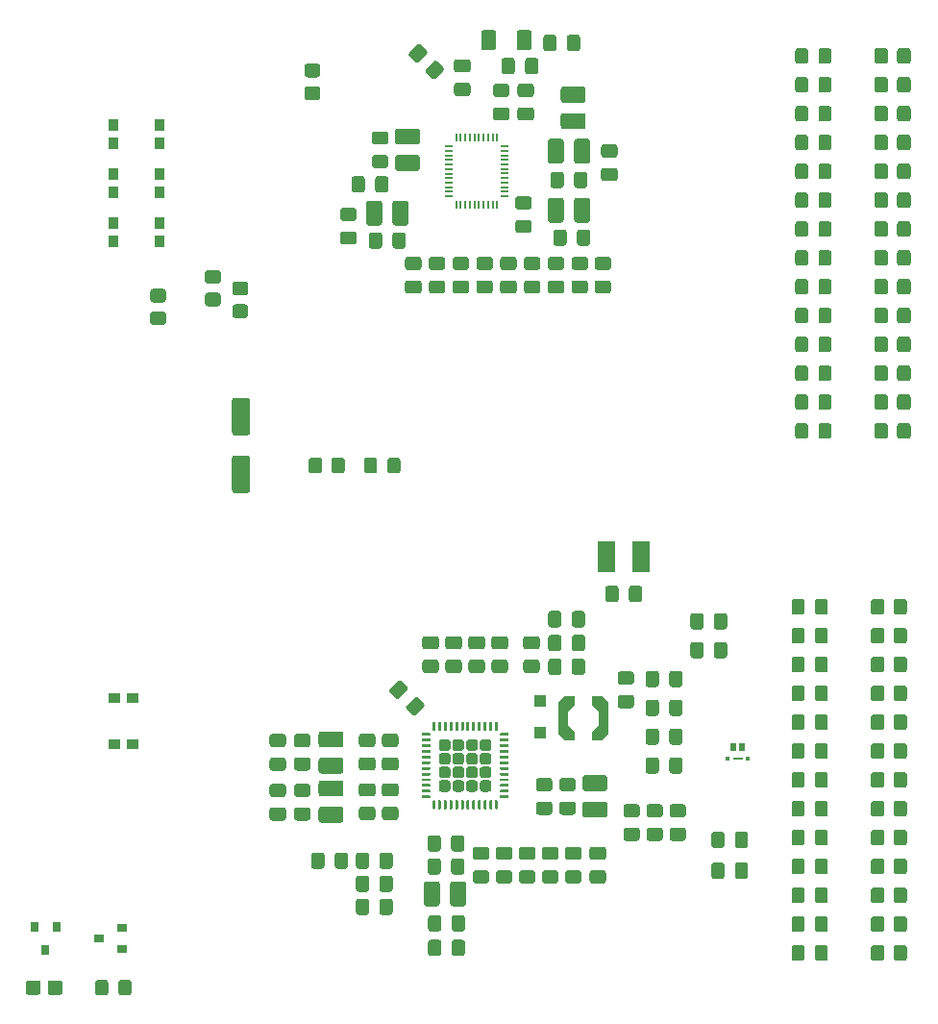
<source format=gbr>
%TF.GenerationSoftware,KiCad,Pcbnew,(5.1.8-0-10_14)*%
%TF.CreationDate,2021-03-09T19:09:17+00:00*%
%TF.ProjectId,STPMIC1_MC32PF3000_Board,5354504d-4943-4315-9f4d-433332504633,rev?*%
%TF.SameCoordinates,Original*%
%TF.FileFunction,Paste,Top*%
%TF.FilePolarity,Positive*%
%FSLAX46Y46*%
G04 Gerber Fmt 4.6, Leading zero omitted, Abs format (unit mm)*
G04 Created by KiCad (PCBNEW (5.1.8-0-10_14)) date 2021-03-09 19:09:17*
%MOMM*%
%LPD*%
G01*
G04 APERTURE LIST*
%ADD10R,1.500000X2.750000*%
%ADD11C,0.100000*%
%ADD12R,1.000000X0.900000*%
%ADD13R,0.800000X0.900000*%
%ADD14R,0.900000X0.800000*%
%ADD15R,0.350000X0.300000*%
%ADD16R,0.870000X0.235000*%
%ADD17R,0.600000X0.800000*%
%ADD18R,1.100000X1.100000*%
%ADD19R,0.900000X1.000000*%
%ADD20O,0.220000X0.800000*%
%ADD21O,0.800000X0.220000*%
G04 APERTURE END LIST*
D10*
%TO.C,BT1*%
X138176000Y-97155000D03*
X135128000Y-97155000D03*
%TD*%
D11*
%TO.C,L10*%
G36*
X132346000Y-110209000D02*
G01*
X131766000Y-110804000D01*
X131766000Y-111954000D01*
X132346000Y-112549000D01*
X132346000Y-113324000D01*
X131456000Y-113324000D01*
X130896000Y-112774000D01*
X130896000Y-109984000D01*
X131456000Y-109434000D01*
X132346000Y-109434000D01*
X132346000Y-110209000D01*
G37*
G36*
X135296000Y-109984000D02*
G01*
X135296000Y-112774000D01*
X134736000Y-113324000D01*
X133846000Y-113324000D01*
X133846000Y-112549000D01*
X134426000Y-111954000D01*
X134426000Y-110804000D01*
X133846000Y-110209000D01*
X133846000Y-109434000D01*
X134736000Y-109434000D01*
X135296000Y-109984000D01*
G37*
%TD*%
%TO.C,C1*%
G36*
G01*
X102383500Y-88251000D02*
X103483500Y-88251000D01*
G75*
G02*
X103733500Y-88501000I0J-250000D01*
G01*
X103733500Y-91326000D01*
G75*
G02*
X103483500Y-91576000I-250000J0D01*
G01*
X102383500Y-91576000D01*
G75*
G02*
X102133500Y-91326000I0J250000D01*
G01*
X102133500Y-88501000D01*
G75*
G02*
X102383500Y-88251000I250000J0D01*
G01*
G37*
G36*
G01*
X102383500Y-83176000D02*
X103483500Y-83176000D01*
G75*
G02*
X103733500Y-83426000I0J-250000D01*
G01*
X103733500Y-86251000D01*
G75*
G02*
X103483500Y-86501000I-250000J0D01*
G01*
X102383500Y-86501000D01*
G75*
G02*
X102133500Y-86251000I0J250000D01*
G01*
X102133500Y-83426000D01*
G75*
G02*
X102383500Y-83176000I250000J0D01*
G01*
G37*
%TD*%
%TO.C,D31*%
G36*
G01*
X153485000Y-114750001D02*
X153485000Y-113849999D01*
G75*
G02*
X153734999Y-113600000I249999J0D01*
G01*
X154385001Y-113600000D01*
G75*
G02*
X154635000Y-113849999I0J-249999D01*
G01*
X154635000Y-114750001D01*
G75*
G02*
X154385001Y-115000000I-249999J0D01*
G01*
X153734999Y-115000000D01*
G75*
G02*
X153485000Y-114750001I0J249999D01*
G01*
G37*
G36*
G01*
X151435000Y-114750001D02*
X151435000Y-113849999D01*
G75*
G02*
X151684999Y-113600000I249999J0D01*
G01*
X152335001Y-113600000D01*
G75*
G02*
X152585000Y-113849999I0J-249999D01*
G01*
X152585000Y-114750001D01*
G75*
G02*
X152335001Y-115000000I-249999J0D01*
G01*
X151684999Y-115000000D01*
G75*
G02*
X151435000Y-114750001I0J249999D01*
G01*
G37*
%TD*%
%TO.C,D30*%
G36*
G01*
X153485000Y-109670001D02*
X153485000Y-108769999D01*
G75*
G02*
X153734999Y-108520000I249999J0D01*
G01*
X154385001Y-108520000D01*
G75*
G02*
X154635000Y-108769999I0J-249999D01*
G01*
X154635000Y-109670001D01*
G75*
G02*
X154385001Y-109920000I-249999J0D01*
G01*
X153734999Y-109920000D01*
G75*
G02*
X153485000Y-109670001I0J249999D01*
G01*
G37*
G36*
G01*
X151435000Y-109670001D02*
X151435000Y-108769999D01*
G75*
G02*
X151684999Y-108520000I249999J0D01*
G01*
X152335001Y-108520000D01*
G75*
G02*
X152585000Y-108769999I0J-249999D01*
G01*
X152585000Y-109670001D01*
G75*
G02*
X152335001Y-109920000I-249999J0D01*
G01*
X151684999Y-109920000D01*
G75*
G02*
X151435000Y-109670001I0J249999D01*
G01*
G37*
%TD*%
%TO.C,D29*%
G36*
G01*
X153485000Y-112210001D02*
X153485000Y-111309999D01*
G75*
G02*
X153734999Y-111060000I249999J0D01*
G01*
X154385001Y-111060000D01*
G75*
G02*
X154635000Y-111309999I0J-249999D01*
G01*
X154635000Y-112210001D01*
G75*
G02*
X154385001Y-112460000I-249999J0D01*
G01*
X153734999Y-112460000D01*
G75*
G02*
X153485000Y-112210001I0J249999D01*
G01*
G37*
G36*
G01*
X151435000Y-112210001D02*
X151435000Y-111309999D01*
G75*
G02*
X151684999Y-111060000I249999J0D01*
G01*
X152335001Y-111060000D01*
G75*
G02*
X152585000Y-111309999I0J-249999D01*
G01*
X152585000Y-112210001D01*
G75*
G02*
X152335001Y-112460000I-249999J0D01*
G01*
X151684999Y-112460000D01*
G75*
G02*
X151435000Y-112210001I0J249999D01*
G01*
G37*
%TD*%
%TO.C,D28*%
G36*
G01*
X153485000Y-119830001D02*
X153485000Y-118929999D01*
G75*
G02*
X153734999Y-118680000I249999J0D01*
G01*
X154385001Y-118680000D01*
G75*
G02*
X154635000Y-118929999I0J-249999D01*
G01*
X154635000Y-119830001D01*
G75*
G02*
X154385001Y-120080000I-249999J0D01*
G01*
X153734999Y-120080000D01*
G75*
G02*
X153485000Y-119830001I0J249999D01*
G01*
G37*
G36*
G01*
X151435000Y-119830001D02*
X151435000Y-118929999D01*
G75*
G02*
X151684999Y-118680000I249999J0D01*
G01*
X152335001Y-118680000D01*
G75*
G02*
X152585000Y-118929999I0J-249999D01*
G01*
X152585000Y-119830001D01*
G75*
G02*
X152335001Y-120080000I-249999J0D01*
G01*
X151684999Y-120080000D01*
G75*
G02*
X151435000Y-119830001I0J249999D01*
G01*
G37*
%TD*%
%TO.C,D27*%
G36*
G01*
X153485000Y-107130001D02*
X153485000Y-106229999D01*
G75*
G02*
X153734999Y-105980000I249999J0D01*
G01*
X154385001Y-105980000D01*
G75*
G02*
X154635000Y-106229999I0J-249999D01*
G01*
X154635000Y-107130001D01*
G75*
G02*
X154385001Y-107380000I-249999J0D01*
G01*
X153734999Y-107380000D01*
G75*
G02*
X153485000Y-107130001I0J249999D01*
G01*
G37*
G36*
G01*
X151435000Y-107130001D02*
X151435000Y-106229999D01*
G75*
G02*
X151684999Y-105980000I249999J0D01*
G01*
X152335001Y-105980000D01*
G75*
G02*
X152585000Y-106229999I0J-249999D01*
G01*
X152585000Y-107130001D01*
G75*
G02*
X152335001Y-107380000I-249999J0D01*
G01*
X151684999Y-107380000D01*
G75*
G02*
X151435000Y-107130001I0J249999D01*
G01*
G37*
%TD*%
%TO.C,D26*%
G36*
G01*
X153485000Y-122370001D02*
X153485000Y-121469999D01*
G75*
G02*
X153734999Y-121220000I249999J0D01*
G01*
X154385001Y-121220000D01*
G75*
G02*
X154635000Y-121469999I0J-249999D01*
G01*
X154635000Y-122370001D01*
G75*
G02*
X154385001Y-122620000I-249999J0D01*
G01*
X153734999Y-122620000D01*
G75*
G02*
X153485000Y-122370001I0J249999D01*
G01*
G37*
G36*
G01*
X151435000Y-122370001D02*
X151435000Y-121469999D01*
G75*
G02*
X151684999Y-121220000I249999J0D01*
G01*
X152335001Y-121220000D01*
G75*
G02*
X152585000Y-121469999I0J-249999D01*
G01*
X152585000Y-122370001D01*
G75*
G02*
X152335001Y-122620000I-249999J0D01*
G01*
X151684999Y-122620000D01*
G75*
G02*
X151435000Y-122370001I0J249999D01*
G01*
G37*
%TD*%
%TO.C,D25*%
G36*
G01*
X153485000Y-124910001D02*
X153485000Y-124009999D01*
G75*
G02*
X153734999Y-123760000I249999J0D01*
G01*
X154385001Y-123760000D01*
G75*
G02*
X154635000Y-124009999I0J-249999D01*
G01*
X154635000Y-124910001D01*
G75*
G02*
X154385001Y-125160000I-249999J0D01*
G01*
X153734999Y-125160000D01*
G75*
G02*
X153485000Y-124910001I0J249999D01*
G01*
G37*
G36*
G01*
X151435000Y-124910001D02*
X151435000Y-124009999D01*
G75*
G02*
X151684999Y-123760000I249999J0D01*
G01*
X152335001Y-123760000D01*
G75*
G02*
X152585000Y-124009999I0J-249999D01*
G01*
X152585000Y-124910001D01*
G75*
G02*
X152335001Y-125160000I-249999J0D01*
G01*
X151684999Y-125160000D01*
G75*
G02*
X151435000Y-124910001I0J249999D01*
G01*
G37*
%TD*%
%TO.C,D24*%
G36*
G01*
X153485000Y-129990001D02*
X153485000Y-129089999D01*
G75*
G02*
X153734999Y-128840000I249999J0D01*
G01*
X154385001Y-128840000D01*
G75*
G02*
X154635000Y-129089999I0J-249999D01*
G01*
X154635000Y-129990001D01*
G75*
G02*
X154385001Y-130240000I-249999J0D01*
G01*
X153734999Y-130240000D01*
G75*
G02*
X153485000Y-129990001I0J249999D01*
G01*
G37*
G36*
G01*
X151435000Y-129990001D02*
X151435000Y-129089999D01*
G75*
G02*
X151684999Y-128840000I249999J0D01*
G01*
X152335001Y-128840000D01*
G75*
G02*
X152585000Y-129089999I0J-249999D01*
G01*
X152585000Y-129990001D01*
G75*
G02*
X152335001Y-130240000I-249999J0D01*
G01*
X151684999Y-130240000D01*
G75*
G02*
X151435000Y-129990001I0J249999D01*
G01*
G37*
%TD*%
%TO.C,D23*%
G36*
G01*
X153485000Y-132530001D02*
X153485000Y-131629999D01*
G75*
G02*
X153734999Y-131380000I249999J0D01*
G01*
X154385001Y-131380000D01*
G75*
G02*
X154635000Y-131629999I0J-249999D01*
G01*
X154635000Y-132530001D01*
G75*
G02*
X154385001Y-132780000I-249999J0D01*
G01*
X153734999Y-132780000D01*
G75*
G02*
X153485000Y-132530001I0J249999D01*
G01*
G37*
G36*
G01*
X151435000Y-132530001D02*
X151435000Y-131629999D01*
G75*
G02*
X151684999Y-131380000I249999J0D01*
G01*
X152335001Y-131380000D01*
G75*
G02*
X152585000Y-131629999I0J-249999D01*
G01*
X152585000Y-132530001D01*
G75*
G02*
X152335001Y-132780000I-249999J0D01*
G01*
X151684999Y-132780000D01*
G75*
G02*
X151435000Y-132530001I0J249999D01*
G01*
G37*
%TD*%
%TO.C,D22*%
G36*
G01*
X153485000Y-117290001D02*
X153485000Y-116389999D01*
G75*
G02*
X153734999Y-116140000I249999J0D01*
G01*
X154385001Y-116140000D01*
G75*
G02*
X154635000Y-116389999I0J-249999D01*
G01*
X154635000Y-117290001D01*
G75*
G02*
X154385001Y-117540000I-249999J0D01*
G01*
X153734999Y-117540000D01*
G75*
G02*
X153485000Y-117290001I0J249999D01*
G01*
G37*
G36*
G01*
X151435000Y-117290001D02*
X151435000Y-116389999D01*
G75*
G02*
X151684999Y-116140000I249999J0D01*
G01*
X152335001Y-116140000D01*
G75*
G02*
X152585000Y-116389999I0J-249999D01*
G01*
X152585000Y-117290001D01*
G75*
G02*
X152335001Y-117540000I-249999J0D01*
G01*
X151684999Y-117540000D01*
G75*
G02*
X151435000Y-117290001I0J249999D01*
G01*
G37*
%TD*%
%TO.C,D21*%
G36*
G01*
X153485000Y-127450001D02*
X153485000Y-126549999D01*
G75*
G02*
X153734999Y-126300000I249999J0D01*
G01*
X154385001Y-126300000D01*
G75*
G02*
X154635000Y-126549999I0J-249999D01*
G01*
X154635000Y-127450001D01*
G75*
G02*
X154385001Y-127700000I-249999J0D01*
G01*
X153734999Y-127700000D01*
G75*
G02*
X153485000Y-127450001I0J249999D01*
G01*
G37*
G36*
G01*
X151435000Y-127450001D02*
X151435000Y-126549999D01*
G75*
G02*
X151684999Y-126300000I249999J0D01*
G01*
X152335001Y-126300000D01*
G75*
G02*
X152585000Y-126549999I0J-249999D01*
G01*
X152585000Y-127450001D01*
G75*
G02*
X152335001Y-127700000I-249999J0D01*
G01*
X151684999Y-127700000D01*
G75*
G02*
X151435000Y-127450001I0J249999D01*
G01*
G37*
%TD*%
%TO.C,D20*%
G36*
G01*
X153485000Y-102050001D02*
X153485000Y-101149999D01*
G75*
G02*
X153734999Y-100900000I249999J0D01*
G01*
X154385001Y-100900000D01*
G75*
G02*
X154635000Y-101149999I0J-249999D01*
G01*
X154635000Y-102050001D01*
G75*
G02*
X154385001Y-102300000I-249999J0D01*
G01*
X153734999Y-102300000D01*
G75*
G02*
X153485000Y-102050001I0J249999D01*
G01*
G37*
G36*
G01*
X151435000Y-102050001D02*
X151435000Y-101149999D01*
G75*
G02*
X151684999Y-100900000I249999J0D01*
G01*
X152335001Y-100900000D01*
G75*
G02*
X152585000Y-101149999I0J-249999D01*
G01*
X152585000Y-102050001D01*
G75*
G02*
X152335001Y-102300000I-249999J0D01*
G01*
X151684999Y-102300000D01*
G75*
G02*
X151435000Y-102050001I0J249999D01*
G01*
G37*
%TD*%
%TO.C,D19*%
G36*
G01*
X153485000Y-104590001D02*
X153485000Y-103689999D01*
G75*
G02*
X153734999Y-103440000I249999J0D01*
G01*
X154385001Y-103440000D01*
G75*
G02*
X154635000Y-103689999I0J-249999D01*
G01*
X154635000Y-104590001D01*
G75*
G02*
X154385001Y-104840000I-249999J0D01*
G01*
X153734999Y-104840000D01*
G75*
G02*
X153485000Y-104590001I0J249999D01*
G01*
G37*
G36*
G01*
X151435000Y-104590001D02*
X151435000Y-103689999D01*
G75*
G02*
X151684999Y-103440000I249999J0D01*
G01*
X152335001Y-103440000D01*
G75*
G02*
X152585000Y-103689999I0J-249999D01*
G01*
X152585000Y-104590001D01*
G75*
G02*
X152335001Y-104840000I-249999J0D01*
G01*
X151684999Y-104840000D01*
G75*
G02*
X151435000Y-104590001I0J249999D01*
G01*
G37*
%TD*%
%TO.C,D15*%
G36*
G01*
X153802500Y-84016001D02*
X153802500Y-83115999D01*
G75*
G02*
X154052499Y-82866000I249999J0D01*
G01*
X154702501Y-82866000D01*
G75*
G02*
X154952500Y-83115999I0J-249999D01*
G01*
X154952500Y-84016001D01*
G75*
G02*
X154702501Y-84266000I-249999J0D01*
G01*
X154052499Y-84266000D01*
G75*
G02*
X153802500Y-84016001I0J249999D01*
G01*
G37*
G36*
G01*
X151752500Y-84016001D02*
X151752500Y-83115999D01*
G75*
G02*
X152002499Y-82866000I249999J0D01*
G01*
X152652501Y-82866000D01*
G75*
G02*
X152902500Y-83115999I0J-249999D01*
G01*
X152902500Y-84016001D01*
G75*
G02*
X152652501Y-84266000I-249999J0D01*
G01*
X152002499Y-84266000D01*
G75*
G02*
X151752500Y-84016001I0J249999D01*
G01*
G37*
%TD*%
%TO.C,D14*%
G36*
G01*
X153802500Y-61156001D02*
X153802500Y-60255999D01*
G75*
G02*
X154052499Y-60006000I249999J0D01*
G01*
X154702501Y-60006000D01*
G75*
G02*
X154952500Y-60255999I0J-249999D01*
G01*
X154952500Y-61156001D01*
G75*
G02*
X154702501Y-61406000I-249999J0D01*
G01*
X154052499Y-61406000D01*
G75*
G02*
X153802500Y-61156001I0J249999D01*
G01*
G37*
G36*
G01*
X151752500Y-61156001D02*
X151752500Y-60255999D01*
G75*
G02*
X152002499Y-60006000I249999J0D01*
G01*
X152652501Y-60006000D01*
G75*
G02*
X152902500Y-60255999I0J-249999D01*
G01*
X152902500Y-61156001D01*
G75*
G02*
X152652501Y-61406000I-249999J0D01*
G01*
X152002499Y-61406000D01*
G75*
G02*
X151752500Y-61156001I0J249999D01*
G01*
G37*
%TD*%
%TO.C,D13*%
G36*
G01*
X153802500Y-63696001D02*
X153802500Y-62795999D01*
G75*
G02*
X154052499Y-62546000I249999J0D01*
G01*
X154702501Y-62546000D01*
G75*
G02*
X154952500Y-62795999I0J-249999D01*
G01*
X154952500Y-63696001D01*
G75*
G02*
X154702501Y-63946000I-249999J0D01*
G01*
X154052499Y-63946000D01*
G75*
G02*
X153802500Y-63696001I0J249999D01*
G01*
G37*
G36*
G01*
X151752500Y-63696001D02*
X151752500Y-62795999D01*
G75*
G02*
X152002499Y-62546000I249999J0D01*
G01*
X152652501Y-62546000D01*
G75*
G02*
X152902500Y-62795999I0J-249999D01*
G01*
X152902500Y-63696001D01*
G75*
G02*
X152652501Y-63946000I-249999J0D01*
G01*
X152002499Y-63946000D01*
G75*
G02*
X151752500Y-63696001I0J249999D01*
G01*
G37*
%TD*%
%TO.C,D12*%
G36*
G01*
X153802500Y-76396001D02*
X153802500Y-75495999D01*
G75*
G02*
X154052499Y-75246000I249999J0D01*
G01*
X154702501Y-75246000D01*
G75*
G02*
X154952500Y-75495999I0J-249999D01*
G01*
X154952500Y-76396001D01*
G75*
G02*
X154702501Y-76646000I-249999J0D01*
G01*
X154052499Y-76646000D01*
G75*
G02*
X153802500Y-76396001I0J249999D01*
G01*
G37*
G36*
G01*
X151752500Y-76396001D02*
X151752500Y-75495999D01*
G75*
G02*
X152002499Y-75246000I249999J0D01*
G01*
X152652501Y-75246000D01*
G75*
G02*
X152902500Y-75495999I0J-249999D01*
G01*
X152902500Y-76396001D01*
G75*
G02*
X152652501Y-76646000I-249999J0D01*
G01*
X152002499Y-76646000D01*
G75*
G02*
X151752500Y-76396001I0J249999D01*
G01*
G37*
%TD*%
%TO.C,D11*%
G36*
G01*
X153802500Y-78936001D02*
X153802500Y-78035999D01*
G75*
G02*
X154052499Y-77786000I249999J0D01*
G01*
X154702501Y-77786000D01*
G75*
G02*
X154952500Y-78035999I0J-249999D01*
G01*
X154952500Y-78936001D01*
G75*
G02*
X154702501Y-79186000I-249999J0D01*
G01*
X154052499Y-79186000D01*
G75*
G02*
X153802500Y-78936001I0J249999D01*
G01*
G37*
G36*
G01*
X151752500Y-78936001D02*
X151752500Y-78035999D01*
G75*
G02*
X152002499Y-77786000I249999J0D01*
G01*
X152652501Y-77786000D01*
G75*
G02*
X152902500Y-78035999I0J-249999D01*
G01*
X152902500Y-78936001D01*
G75*
G02*
X152652501Y-79186000I-249999J0D01*
G01*
X152002499Y-79186000D01*
G75*
G02*
X151752500Y-78936001I0J249999D01*
G01*
G37*
%TD*%
%TO.C,D10*%
G36*
G01*
X153802500Y-58616001D02*
X153802500Y-57715999D01*
G75*
G02*
X154052499Y-57466000I249999J0D01*
G01*
X154702501Y-57466000D01*
G75*
G02*
X154952500Y-57715999I0J-249999D01*
G01*
X154952500Y-58616001D01*
G75*
G02*
X154702501Y-58866000I-249999J0D01*
G01*
X154052499Y-58866000D01*
G75*
G02*
X153802500Y-58616001I0J249999D01*
G01*
G37*
G36*
G01*
X151752500Y-58616001D02*
X151752500Y-57715999D01*
G75*
G02*
X152002499Y-57466000I249999J0D01*
G01*
X152652501Y-57466000D01*
G75*
G02*
X152902500Y-57715999I0J-249999D01*
G01*
X152902500Y-58616001D01*
G75*
G02*
X152652501Y-58866000I-249999J0D01*
G01*
X152002499Y-58866000D01*
G75*
G02*
X151752500Y-58616001I0J249999D01*
G01*
G37*
%TD*%
%TO.C,D9*%
G36*
G01*
X153802500Y-86556001D02*
X153802500Y-85655999D01*
G75*
G02*
X154052499Y-85406000I249999J0D01*
G01*
X154702501Y-85406000D01*
G75*
G02*
X154952500Y-85655999I0J-249999D01*
G01*
X154952500Y-86556001D01*
G75*
G02*
X154702501Y-86806000I-249999J0D01*
G01*
X154052499Y-86806000D01*
G75*
G02*
X153802500Y-86556001I0J249999D01*
G01*
G37*
G36*
G01*
X151752500Y-86556001D02*
X151752500Y-85655999D01*
G75*
G02*
X152002499Y-85406000I249999J0D01*
G01*
X152652501Y-85406000D01*
G75*
G02*
X152902500Y-85655999I0J-249999D01*
G01*
X152902500Y-86556001D01*
G75*
G02*
X152652501Y-86806000I-249999J0D01*
G01*
X152002499Y-86806000D01*
G75*
G02*
X151752500Y-86556001I0J249999D01*
G01*
G37*
%TD*%
%TO.C,D8*%
G36*
G01*
X153802500Y-81476001D02*
X153802500Y-80575999D01*
G75*
G02*
X154052499Y-80326000I249999J0D01*
G01*
X154702501Y-80326000D01*
G75*
G02*
X154952500Y-80575999I0J-249999D01*
G01*
X154952500Y-81476001D01*
G75*
G02*
X154702501Y-81726000I-249999J0D01*
G01*
X154052499Y-81726000D01*
G75*
G02*
X153802500Y-81476001I0J249999D01*
G01*
G37*
G36*
G01*
X151752500Y-81476001D02*
X151752500Y-80575999D01*
G75*
G02*
X152002499Y-80326000I249999J0D01*
G01*
X152652501Y-80326000D01*
G75*
G02*
X152902500Y-80575999I0J-249999D01*
G01*
X152902500Y-81476001D01*
G75*
G02*
X152652501Y-81726000I-249999J0D01*
G01*
X152002499Y-81726000D01*
G75*
G02*
X151752500Y-81476001I0J249999D01*
G01*
G37*
%TD*%
%TO.C,D7*%
G36*
G01*
X153802500Y-73856001D02*
X153802500Y-72955999D01*
G75*
G02*
X154052499Y-72706000I249999J0D01*
G01*
X154702501Y-72706000D01*
G75*
G02*
X154952500Y-72955999I0J-249999D01*
G01*
X154952500Y-73856001D01*
G75*
G02*
X154702501Y-74106000I-249999J0D01*
G01*
X154052499Y-74106000D01*
G75*
G02*
X153802500Y-73856001I0J249999D01*
G01*
G37*
G36*
G01*
X151752500Y-73856001D02*
X151752500Y-72955999D01*
G75*
G02*
X152002499Y-72706000I249999J0D01*
G01*
X152652501Y-72706000D01*
G75*
G02*
X152902500Y-72955999I0J-249999D01*
G01*
X152902500Y-73856001D01*
G75*
G02*
X152652501Y-74106000I-249999J0D01*
G01*
X152002499Y-74106000D01*
G75*
G02*
X151752500Y-73856001I0J249999D01*
G01*
G37*
%TD*%
%TO.C,D6*%
G36*
G01*
X153802500Y-66236001D02*
X153802500Y-65335999D01*
G75*
G02*
X154052499Y-65086000I249999J0D01*
G01*
X154702501Y-65086000D01*
G75*
G02*
X154952500Y-65335999I0J-249999D01*
G01*
X154952500Y-66236001D01*
G75*
G02*
X154702501Y-66486000I-249999J0D01*
G01*
X154052499Y-66486000D01*
G75*
G02*
X153802500Y-66236001I0J249999D01*
G01*
G37*
G36*
G01*
X151752500Y-66236001D02*
X151752500Y-65335999D01*
G75*
G02*
X152002499Y-65086000I249999J0D01*
G01*
X152652501Y-65086000D01*
G75*
G02*
X152902500Y-65335999I0J-249999D01*
G01*
X152902500Y-66236001D01*
G75*
G02*
X152652501Y-66486000I-249999J0D01*
G01*
X152002499Y-66486000D01*
G75*
G02*
X151752500Y-66236001I0J249999D01*
G01*
G37*
%TD*%
%TO.C,D5*%
G36*
G01*
X153802500Y-71316001D02*
X153802500Y-70415999D01*
G75*
G02*
X154052499Y-70166000I249999J0D01*
G01*
X154702501Y-70166000D01*
G75*
G02*
X154952500Y-70415999I0J-249999D01*
G01*
X154952500Y-71316001D01*
G75*
G02*
X154702501Y-71566000I-249999J0D01*
G01*
X154052499Y-71566000D01*
G75*
G02*
X153802500Y-71316001I0J249999D01*
G01*
G37*
G36*
G01*
X151752500Y-71316001D02*
X151752500Y-70415999D01*
G75*
G02*
X152002499Y-70166000I249999J0D01*
G01*
X152652501Y-70166000D01*
G75*
G02*
X152902500Y-70415999I0J-249999D01*
G01*
X152902500Y-71316001D01*
G75*
G02*
X152652501Y-71566000I-249999J0D01*
G01*
X152002499Y-71566000D01*
G75*
G02*
X151752500Y-71316001I0J249999D01*
G01*
G37*
%TD*%
%TO.C,D4*%
G36*
G01*
X153802500Y-68776001D02*
X153802500Y-67875999D01*
G75*
G02*
X154052499Y-67626000I249999J0D01*
G01*
X154702501Y-67626000D01*
G75*
G02*
X154952500Y-67875999I0J-249999D01*
G01*
X154952500Y-68776001D01*
G75*
G02*
X154702501Y-69026000I-249999J0D01*
G01*
X154052499Y-69026000D01*
G75*
G02*
X153802500Y-68776001I0J249999D01*
G01*
G37*
G36*
G01*
X151752500Y-68776001D02*
X151752500Y-67875999D01*
G75*
G02*
X152002499Y-67626000I249999J0D01*
G01*
X152652501Y-67626000D01*
G75*
G02*
X152902500Y-67875999I0J-249999D01*
G01*
X152902500Y-68776001D01*
G75*
G02*
X152652501Y-69026000I-249999J0D01*
G01*
X152002499Y-69026000D01*
G75*
G02*
X151752500Y-68776001I0J249999D01*
G01*
G37*
%TD*%
%TO.C,D3*%
G36*
G01*
X153802500Y-53536001D02*
X153802500Y-52635999D01*
G75*
G02*
X154052499Y-52386000I249999J0D01*
G01*
X154702501Y-52386000D01*
G75*
G02*
X154952500Y-52635999I0J-249999D01*
G01*
X154952500Y-53536001D01*
G75*
G02*
X154702501Y-53786000I-249999J0D01*
G01*
X154052499Y-53786000D01*
G75*
G02*
X153802500Y-53536001I0J249999D01*
G01*
G37*
G36*
G01*
X151752500Y-53536001D02*
X151752500Y-52635999D01*
G75*
G02*
X152002499Y-52386000I249999J0D01*
G01*
X152652501Y-52386000D01*
G75*
G02*
X152902500Y-52635999I0J-249999D01*
G01*
X152902500Y-53536001D01*
G75*
G02*
X152652501Y-53786000I-249999J0D01*
G01*
X152002499Y-53786000D01*
G75*
G02*
X151752500Y-53536001I0J249999D01*
G01*
G37*
%TD*%
%TO.C,C52*%
G36*
G01*
X136202000Y-99982000D02*
X136202000Y-100932000D01*
G75*
G02*
X135952000Y-101182000I-250000J0D01*
G01*
X135277000Y-101182000D01*
G75*
G02*
X135027000Y-100932000I0J250000D01*
G01*
X135027000Y-99982000D01*
G75*
G02*
X135277000Y-99732000I250000J0D01*
G01*
X135952000Y-99732000D01*
G75*
G02*
X136202000Y-99982000I0J-250000D01*
G01*
G37*
G36*
G01*
X138277000Y-99982000D02*
X138277000Y-100932000D01*
G75*
G02*
X138027000Y-101182000I-250000J0D01*
G01*
X137352000Y-101182000D01*
G75*
G02*
X137102000Y-100932000I0J250000D01*
G01*
X137102000Y-99982000D01*
G75*
G02*
X137352000Y-99732000I250000J0D01*
G01*
X138027000Y-99732000D01*
G75*
G02*
X138277000Y-99982000I0J-250000D01*
G01*
G37*
%TD*%
%TO.C,C23*%
G36*
G01*
X128491000Y-56700000D02*
X127541000Y-56700000D01*
G75*
G02*
X127291000Y-56450000I0J250000D01*
G01*
X127291000Y-55775000D01*
G75*
G02*
X127541000Y-55525000I250000J0D01*
G01*
X128491000Y-55525000D01*
G75*
G02*
X128741000Y-55775000I0J-250000D01*
G01*
X128741000Y-56450000D01*
G75*
G02*
X128491000Y-56700000I-250000J0D01*
G01*
G37*
G36*
G01*
X128491000Y-58775000D02*
X127541000Y-58775000D01*
G75*
G02*
X127291000Y-58525000I0J250000D01*
G01*
X127291000Y-57850000D01*
G75*
G02*
X127541000Y-57600000I250000J0D01*
G01*
X128491000Y-57600000D01*
G75*
G02*
X128741000Y-57850000I0J-250000D01*
G01*
X128741000Y-58525000D01*
G75*
G02*
X128491000Y-58775000I-250000J0D01*
G01*
G37*
%TD*%
%TO.C,C20*%
G36*
G01*
X122903000Y-54541000D02*
X121953000Y-54541000D01*
G75*
G02*
X121703000Y-54291000I0J250000D01*
G01*
X121703000Y-53616000D01*
G75*
G02*
X121953000Y-53366000I250000J0D01*
G01*
X122903000Y-53366000D01*
G75*
G02*
X123153000Y-53616000I0J-250000D01*
G01*
X123153000Y-54291000D01*
G75*
G02*
X122903000Y-54541000I-250000J0D01*
G01*
G37*
G36*
G01*
X122903000Y-56616000D02*
X121953000Y-56616000D01*
G75*
G02*
X121703000Y-56366000I0J250000D01*
G01*
X121703000Y-55691000D01*
G75*
G02*
X121953000Y-55441000I250000J0D01*
G01*
X122903000Y-55441000D01*
G75*
G02*
X123153000Y-55691000I0J-250000D01*
G01*
X123153000Y-56366000D01*
G75*
G02*
X122903000Y-56616000I-250000J0D01*
G01*
G37*
%TD*%
%TO.C,C7*%
G36*
G01*
X130741000Y-51468000D02*
X130741000Y-52418000D01*
G75*
G02*
X130491000Y-52668000I-250000J0D01*
G01*
X129816000Y-52668000D01*
G75*
G02*
X129566000Y-52418000I0J250000D01*
G01*
X129566000Y-51468000D01*
G75*
G02*
X129816000Y-51218000I250000J0D01*
G01*
X130491000Y-51218000D01*
G75*
G02*
X130741000Y-51468000I0J-250000D01*
G01*
G37*
G36*
G01*
X132816000Y-51468000D02*
X132816000Y-52418000D01*
G75*
G02*
X132566000Y-52668000I-250000J0D01*
G01*
X131891000Y-52668000D01*
G75*
G02*
X131641000Y-52418000I0J250000D01*
G01*
X131641000Y-51468000D01*
G75*
G02*
X131891000Y-51218000I250000J0D01*
G01*
X132566000Y-51218000D01*
G75*
G02*
X132816000Y-51468000I0J-250000D01*
G01*
G37*
%TD*%
%TO.C,C6*%
G36*
G01*
X127350500Y-67506000D02*
X128300500Y-67506000D01*
G75*
G02*
X128550500Y-67756000I0J-250000D01*
G01*
X128550500Y-68431000D01*
G75*
G02*
X128300500Y-68681000I-250000J0D01*
G01*
X127350500Y-68681000D01*
G75*
G02*
X127100500Y-68431000I0J250000D01*
G01*
X127100500Y-67756000D01*
G75*
G02*
X127350500Y-67506000I250000J0D01*
G01*
G37*
G36*
G01*
X127350500Y-65431000D02*
X128300500Y-65431000D01*
G75*
G02*
X128550500Y-65681000I0J-250000D01*
G01*
X128550500Y-66356000D01*
G75*
G02*
X128300500Y-66606000I-250000J0D01*
G01*
X127350500Y-66606000D01*
G75*
G02*
X127100500Y-66356000I0J250000D01*
G01*
X127100500Y-65681000D01*
G75*
G02*
X127350500Y-65431000I250000J0D01*
G01*
G37*
%TD*%
%TO.C,C5*%
G36*
G01*
X132276000Y-64483000D02*
X132276000Y-63533000D01*
G75*
G02*
X132526000Y-63283000I250000J0D01*
G01*
X133201000Y-63283000D01*
G75*
G02*
X133451000Y-63533000I0J-250000D01*
G01*
X133451000Y-64483000D01*
G75*
G02*
X133201000Y-64733000I-250000J0D01*
G01*
X132526000Y-64733000D01*
G75*
G02*
X132276000Y-64483000I0J250000D01*
G01*
G37*
G36*
G01*
X130201000Y-64483000D02*
X130201000Y-63533000D01*
G75*
G02*
X130451000Y-63283000I250000J0D01*
G01*
X131126000Y-63283000D01*
G75*
G02*
X131376000Y-63533000I0J-250000D01*
G01*
X131376000Y-64483000D01*
G75*
G02*
X131126000Y-64733000I-250000J0D01*
G01*
X130451000Y-64733000D01*
G75*
G02*
X130201000Y-64483000I0J250000D01*
G01*
G37*
%TD*%
%TO.C,C4*%
G36*
G01*
X115374000Y-68867000D02*
X115374000Y-69817000D01*
G75*
G02*
X115124000Y-70067000I-250000J0D01*
G01*
X114449000Y-70067000D01*
G75*
G02*
X114199000Y-69817000I0J250000D01*
G01*
X114199000Y-68867000D01*
G75*
G02*
X114449000Y-68617000I250000J0D01*
G01*
X115124000Y-68617000D01*
G75*
G02*
X115374000Y-68867000I0J-250000D01*
G01*
G37*
G36*
G01*
X117449000Y-68867000D02*
X117449000Y-69817000D01*
G75*
G02*
X117199000Y-70067000I-250000J0D01*
G01*
X116524000Y-70067000D01*
G75*
G02*
X116274000Y-69817000I0J250000D01*
G01*
X116274000Y-68867000D01*
G75*
G02*
X116524000Y-68617000I250000J0D01*
G01*
X117199000Y-68617000D01*
G75*
G02*
X117449000Y-68867000I0J-250000D01*
G01*
G37*
%TD*%
%TO.C,C3*%
G36*
G01*
X113850000Y-63914000D02*
X113850000Y-64864000D01*
G75*
G02*
X113600000Y-65114000I-250000J0D01*
G01*
X112925000Y-65114000D01*
G75*
G02*
X112675000Y-64864000I0J250000D01*
G01*
X112675000Y-63914000D01*
G75*
G02*
X112925000Y-63664000I250000J0D01*
G01*
X113600000Y-63664000D01*
G75*
G02*
X113850000Y-63914000I0J-250000D01*
G01*
G37*
G36*
G01*
X115925000Y-63914000D02*
X115925000Y-64864000D01*
G75*
G02*
X115675000Y-65114000I-250000J0D01*
G01*
X115000000Y-65114000D01*
G75*
G02*
X114750000Y-64864000I0J250000D01*
G01*
X114750000Y-63914000D01*
G75*
G02*
X115000000Y-63664000I250000J0D01*
G01*
X115675000Y-63664000D01*
G75*
G02*
X115925000Y-63914000I0J-250000D01*
G01*
G37*
%TD*%
%TO.C,C2*%
G36*
G01*
X126332000Y-56700000D02*
X125382000Y-56700000D01*
G75*
G02*
X125132000Y-56450000I0J250000D01*
G01*
X125132000Y-55775000D01*
G75*
G02*
X125382000Y-55525000I250000J0D01*
G01*
X126332000Y-55525000D01*
G75*
G02*
X126582000Y-55775000I0J-250000D01*
G01*
X126582000Y-56450000D01*
G75*
G02*
X126332000Y-56700000I-250000J0D01*
G01*
G37*
G36*
G01*
X126332000Y-58775000D02*
X125382000Y-58775000D01*
G75*
G02*
X125132000Y-58525000I0J250000D01*
G01*
X125132000Y-57850000D01*
G75*
G02*
X125382000Y-57600000I250000J0D01*
G01*
X126332000Y-57600000D01*
G75*
G02*
X126582000Y-57850000I0J-250000D01*
G01*
X126582000Y-58525000D01*
G75*
G02*
X126332000Y-58775000I-250000J0D01*
G01*
G37*
%TD*%
%TO.C,C17*%
G36*
G01*
X134335500Y-72840000D02*
X135285500Y-72840000D01*
G75*
G02*
X135535500Y-73090000I0J-250000D01*
G01*
X135535500Y-73765000D01*
G75*
G02*
X135285500Y-74015000I-250000J0D01*
G01*
X134335500Y-74015000D01*
G75*
G02*
X134085500Y-73765000I0J250000D01*
G01*
X134085500Y-73090000D01*
G75*
G02*
X134335500Y-72840000I250000J0D01*
G01*
G37*
G36*
G01*
X134335500Y-70765000D02*
X135285500Y-70765000D01*
G75*
G02*
X135535500Y-71015000I0J-250000D01*
G01*
X135535500Y-71690000D01*
G75*
G02*
X135285500Y-71940000I-250000J0D01*
G01*
X134335500Y-71940000D01*
G75*
G02*
X134085500Y-71690000I0J250000D01*
G01*
X134085500Y-71015000D01*
G75*
G02*
X134335500Y-70765000I250000J0D01*
G01*
G37*
%TD*%
%TO.C,C25*%
G36*
G01*
X121826000Y-72840000D02*
X122776000Y-72840000D01*
G75*
G02*
X123026000Y-73090000I0J-250000D01*
G01*
X123026000Y-73765000D01*
G75*
G02*
X122776000Y-74015000I-250000J0D01*
G01*
X121826000Y-74015000D01*
G75*
G02*
X121576000Y-73765000I0J250000D01*
G01*
X121576000Y-73090000D01*
G75*
G02*
X121826000Y-72840000I250000J0D01*
G01*
G37*
G36*
G01*
X121826000Y-70765000D02*
X122776000Y-70765000D01*
G75*
G02*
X123026000Y-71015000I0J-250000D01*
G01*
X123026000Y-71690000D01*
G75*
G02*
X122776000Y-71940000I-250000J0D01*
G01*
X121826000Y-71940000D01*
G75*
G02*
X121576000Y-71690000I0J250000D01*
G01*
X121576000Y-71015000D01*
G75*
G02*
X121826000Y-70765000I250000J0D01*
G01*
G37*
%TD*%
%TO.C,C22*%
G36*
G01*
X130208000Y-72840000D02*
X131158000Y-72840000D01*
G75*
G02*
X131408000Y-73090000I0J-250000D01*
G01*
X131408000Y-73765000D01*
G75*
G02*
X131158000Y-74015000I-250000J0D01*
G01*
X130208000Y-74015000D01*
G75*
G02*
X129958000Y-73765000I0J250000D01*
G01*
X129958000Y-73090000D01*
G75*
G02*
X130208000Y-72840000I250000J0D01*
G01*
G37*
G36*
G01*
X130208000Y-70765000D02*
X131158000Y-70765000D01*
G75*
G02*
X131408000Y-71015000I0J-250000D01*
G01*
X131408000Y-71690000D01*
G75*
G02*
X131158000Y-71940000I-250000J0D01*
G01*
X130208000Y-71940000D01*
G75*
G02*
X129958000Y-71690000I0J250000D01*
G01*
X129958000Y-71015000D01*
G75*
G02*
X130208000Y-70765000I250000J0D01*
G01*
G37*
%TD*%
%TO.C,C21*%
G36*
G01*
X128112500Y-72840000D02*
X129062500Y-72840000D01*
G75*
G02*
X129312500Y-73090000I0J-250000D01*
G01*
X129312500Y-73765000D01*
G75*
G02*
X129062500Y-74015000I-250000J0D01*
G01*
X128112500Y-74015000D01*
G75*
G02*
X127862500Y-73765000I0J250000D01*
G01*
X127862500Y-73090000D01*
G75*
G02*
X128112500Y-72840000I250000J0D01*
G01*
G37*
G36*
G01*
X128112500Y-70765000D02*
X129062500Y-70765000D01*
G75*
G02*
X129312500Y-71015000I0J-250000D01*
G01*
X129312500Y-71690000D01*
G75*
G02*
X129062500Y-71940000I-250000J0D01*
G01*
X128112500Y-71940000D01*
G75*
G02*
X127862500Y-71690000I0J250000D01*
G01*
X127862500Y-71015000D01*
G75*
G02*
X128112500Y-70765000I250000J0D01*
G01*
G37*
%TD*%
%TO.C,C19*%
G36*
G01*
X119730500Y-72840000D02*
X120680500Y-72840000D01*
G75*
G02*
X120930500Y-73090000I0J-250000D01*
G01*
X120930500Y-73765000D01*
G75*
G02*
X120680500Y-74015000I-250000J0D01*
G01*
X119730500Y-74015000D01*
G75*
G02*
X119480500Y-73765000I0J250000D01*
G01*
X119480500Y-73090000D01*
G75*
G02*
X119730500Y-72840000I250000J0D01*
G01*
G37*
G36*
G01*
X119730500Y-70765000D02*
X120680500Y-70765000D01*
G75*
G02*
X120930500Y-71015000I0J-250000D01*
G01*
X120930500Y-71690000D01*
G75*
G02*
X120680500Y-71940000I-250000J0D01*
G01*
X119730500Y-71940000D01*
G75*
G02*
X119480500Y-71690000I0J250000D01*
G01*
X119480500Y-71015000D01*
G75*
G02*
X119730500Y-70765000I250000J0D01*
G01*
G37*
%TD*%
%TO.C,C18*%
G36*
G01*
X123921500Y-72840000D02*
X124871500Y-72840000D01*
G75*
G02*
X125121500Y-73090000I0J-250000D01*
G01*
X125121500Y-73765000D01*
G75*
G02*
X124871500Y-74015000I-250000J0D01*
G01*
X123921500Y-74015000D01*
G75*
G02*
X123671500Y-73765000I0J250000D01*
G01*
X123671500Y-73090000D01*
G75*
G02*
X123921500Y-72840000I250000J0D01*
G01*
G37*
G36*
G01*
X123921500Y-70765000D02*
X124871500Y-70765000D01*
G75*
G02*
X125121500Y-71015000I0J-250000D01*
G01*
X125121500Y-71690000D01*
G75*
G02*
X124871500Y-71940000I-250000J0D01*
G01*
X123921500Y-71940000D01*
G75*
G02*
X123671500Y-71690000I0J250000D01*
G01*
X123671500Y-71015000D01*
G75*
G02*
X123921500Y-70765000I250000J0D01*
G01*
G37*
%TD*%
%TO.C,C11*%
G36*
G01*
X119270678Y-52939927D02*
X118598927Y-53611678D01*
G75*
G02*
X118245373Y-53611678I-176777J176777D01*
G01*
X117768076Y-53134381D01*
G75*
G02*
X117768076Y-52780827I176777J176777D01*
G01*
X118439827Y-52109076D01*
G75*
G02*
X118793381Y-52109076I176777J-176777D01*
G01*
X119270678Y-52586373D01*
G75*
G02*
X119270678Y-52939927I-176777J-176777D01*
G01*
G37*
G36*
G01*
X120737924Y-54407173D02*
X120066173Y-55078924D01*
G75*
G02*
X119712619Y-55078924I-176777J176777D01*
G01*
X119235322Y-54601627D01*
G75*
G02*
X119235322Y-54248073I176777J176777D01*
G01*
X119907073Y-53576322D01*
G75*
G02*
X120260627Y-53576322I176777J-176777D01*
G01*
X120737924Y-54053619D01*
G75*
G02*
X120737924Y-54407173I-176777J-176777D01*
G01*
G37*
%TD*%
%TO.C,C10*%
G36*
G01*
X117635000Y-72840000D02*
X118585000Y-72840000D01*
G75*
G02*
X118835000Y-73090000I0J-250000D01*
G01*
X118835000Y-73765000D01*
G75*
G02*
X118585000Y-74015000I-250000J0D01*
G01*
X117635000Y-74015000D01*
G75*
G02*
X117385000Y-73765000I0J250000D01*
G01*
X117385000Y-73090000D01*
G75*
G02*
X117635000Y-72840000I250000J0D01*
G01*
G37*
G36*
G01*
X117635000Y-70765000D02*
X118585000Y-70765000D01*
G75*
G02*
X118835000Y-71015000I0J-250000D01*
G01*
X118835000Y-71690000D01*
G75*
G02*
X118585000Y-71940000I-250000J0D01*
G01*
X117635000Y-71940000D01*
G75*
G02*
X117385000Y-71690000I0J250000D01*
G01*
X117385000Y-71015000D01*
G75*
G02*
X117635000Y-70765000I250000J0D01*
G01*
G37*
%TD*%
%TO.C,C9*%
G36*
G01*
X126017000Y-72840000D02*
X126967000Y-72840000D01*
G75*
G02*
X127217000Y-73090000I0J-250000D01*
G01*
X127217000Y-73765000D01*
G75*
G02*
X126967000Y-74015000I-250000J0D01*
G01*
X126017000Y-74015000D01*
G75*
G02*
X125767000Y-73765000I0J250000D01*
G01*
X125767000Y-73090000D01*
G75*
G02*
X126017000Y-72840000I250000J0D01*
G01*
G37*
G36*
G01*
X126017000Y-70765000D02*
X126967000Y-70765000D01*
G75*
G02*
X127217000Y-71015000I0J-250000D01*
G01*
X127217000Y-71690000D01*
G75*
G02*
X126967000Y-71940000I-250000J0D01*
G01*
X126017000Y-71940000D01*
G75*
G02*
X125767000Y-71690000I0J250000D01*
G01*
X125767000Y-71015000D01*
G75*
G02*
X126017000Y-70765000I250000J0D01*
G01*
G37*
%TD*%
%TO.C,C8*%
G36*
G01*
X132303500Y-72840000D02*
X133253500Y-72840000D01*
G75*
G02*
X133503500Y-73090000I0J-250000D01*
G01*
X133503500Y-73765000D01*
G75*
G02*
X133253500Y-74015000I-250000J0D01*
G01*
X132303500Y-74015000D01*
G75*
G02*
X132053500Y-73765000I0J250000D01*
G01*
X132053500Y-73090000D01*
G75*
G02*
X132303500Y-72840000I250000J0D01*
G01*
G37*
G36*
G01*
X132303500Y-70765000D02*
X133253500Y-70765000D01*
G75*
G02*
X133503500Y-71015000I0J-250000D01*
G01*
X133503500Y-71690000D01*
G75*
G02*
X133253500Y-71940000I-250000J0D01*
G01*
X132303500Y-71940000D01*
G75*
G02*
X132053500Y-71690000I0J250000D01*
G01*
X132053500Y-71015000D01*
G75*
G02*
X132303500Y-70765000I250000J0D01*
G01*
G37*
%TD*%
%TO.C,R34*%
G36*
G01*
X161620000Y-129089999D02*
X161620000Y-129990001D01*
G75*
G02*
X161370001Y-130240000I-249999J0D01*
G01*
X160669999Y-130240000D01*
G75*
G02*
X160420000Y-129990001I0J249999D01*
G01*
X160420000Y-129089999D01*
G75*
G02*
X160669999Y-128840000I249999J0D01*
G01*
X161370001Y-128840000D01*
G75*
G02*
X161620000Y-129089999I0J-249999D01*
G01*
G37*
G36*
G01*
X159620000Y-129089999D02*
X159620000Y-129990001D01*
G75*
G02*
X159370001Y-130240000I-249999J0D01*
G01*
X158669999Y-130240000D01*
G75*
G02*
X158420000Y-129990001I0J249999D01*
G01*
X158420000Y-129089999D01*
G75*
G02*
X158669999Y-128840000I249999J0D01*
G01*
X159370001Y-128840000D01*
G75*
G02*
X159620000Y-129089999I0J-249999D01*
G01*
G37*
%TD*%
%TO.C,R33*%
G36*
G01*
X161620000Y-131629999D02*
X161620000Y-132530001D01*
G75*
G02*
X161370001Y-132780000I-249999J0D01*
G01*
X160669999Y-132780000D01*
G75*
G02*
X160420000Y-132530001I0J249999D01*
G01*
X160420000Y-131629999D01*
G75*
G02*
X160669999Y-131380000I249999J0D01*
G01*
X161370001Y-131380000D01*
G75*
G02*
X161620000Y-131629999I0J-249999D01*
G01*
G37*
G36*
G01*
X159620000Y-131629999D02*
X159620000Y-132530001D01*
G75*
G02*
X159370001Y-132780000I-249999J0D01*
G01*
X158669999Y-132780000D01*
G75*
G02*
X158420000Y-132530001I0J249999D01*
G01*
X158420000Y-131629999D01*
G75*
G02*
X158669999Y-131380000I249999J0D01*
G01*
X159370001Y-131380000D01*
G75*
G02*
X159620000Y-131629999I0J-249999D01*
G01*
G37*
%TD*%
%TO.C,R32*%
G36*
G01*
X161620000Y-116389999D02*
X161620000Y-117290001D01*
G75*
G02*
X161370001Y-117540000I-249999J0D01*
G01*
X160669999Y-117540000D01*
G75*
G02*
X160420000Y-117290001I0J249999D01*
G01*
X160420000Y-116389999D01*
G75*
G02*
X160669999Y-116140000I249999J0D01*
G01*
X161370001Y-116140000D01*
G75*
G02*
X161620000Y-116389999I0J-249999D01*
G01*
G37*
G36*
G01*
X159620000Y-116389999D02*
X159620000Y-117290001D01*
G75*
G02*
X159370001Y-117540000I-249999J0D01*
G01*
X158669999Y-117540000D01*
G75*
G02*
X158420000Y-117290001I0J249999D01*
G01*
X158420000Y-116389999D01*
G75*
G02*
X158669999Y-116140000I249999J0D01*
G01*
X159370001Y-116140000D01*
G75*
G02*
X159620000Y-116389999I0J-249999D01*
G01*
G37*
%TD*%
%TO.C,R31*%
G36*
G01*
X161620000Y-126549999D02*
X161620000Y-127450001D01*
G75*
G02*
X161370001Y-127700000I-249999J0D01*
G01*
X160669999Y-127700000D01*
G75*
G02*
X160420000Y-127450001I0J249999D01*
G01*
X160420000Y-126549999D01*
G75*
G02*
X160669999Y-126300000I249999J0D01*
G01*
X161370001Y-126300000D01*
G75*
G02*
X161620000Y-126549999I0J-249999D01*
G01*
G37*
G36*
G01*
X159620000Y-126549999D02*
X159620000Y-127450001D01*
G75*
G02*
X159370001Y-127700000I-249999J0D01*
G01*
X158669999Y-127700000D01*
G75*
G02*
X158420000Y-127450001I0J249999D01*
G01*
X158420000Y-126549999D01*
G75*
G02*
X158669999Y-126300000I249999J0D01*
G01*
X159370001Y-126300000D01*
G75*
G02*
X159620000Y-126549999I0J-249999D01*
G01*
G37*
%TD*%
%TO.C,R38*%
G36*
G01*
X161620000Y-118929999D02*
X161620000Y-119830001D01*
G75*
G02*
X161370001Y-120080000I-249999J0D01*
G01*
X160669999Y-120080000D01*
G75*
G02*
X160420000Y-119830001I0J249999D01*
G01*
X160420000Y-118929999D01*
G75*
G02*
X160669999Y-118680000I249999J0D01*
G01*
X161370001Y-118680000D01*
G75*
G02*
X161620000Y-118929999I0J-249999D01*
G01*
G37*
G36*
G01*
X159620000Y-118929999D02*
X159620000Y-119830001D01*
G75*
G02*
X159370001Y-120080000I-249999J0D01*
G01*
X158669999Y-120080000D01*
G75*
G02*
X158420000Y-119830001I0J249999D01*
G01*
X158420000Y-118929999D01*
G75*
G02*
X158669999Y-118680000I249999J0D01*
G01*
X159370001Y-118680000D01*
G75*
G02*
X159620000Y-118929999I0J-249999D01*
G01*
G37*
%TD*%
%TO.C,R37*%
G36*
G01*
X161620000Y-106229999D02*
X161620000Y-107130001D01*
G75*
G02*
X161370001Y-107380000I-249999J0D01*
G01*
X160669999Y-107380000D01*
G75*
G02*
X160420000Y-107130001I0J249999D01*
G01*
X160420000Y-106229999D01*
G75*
G02*
X160669999Y-105980000I249999J0D01*
G01*
X161370001Y-105980000D01*
G75*
G02*
X161620000Y-106229999I0J-249999D01*
G01*
G37*
G36*
G01*
X159620000Y-106229999D02*
X159620000Y-107130001D01*
G75*
G02*
X159370001Y-107380000I-249999J0D01*
G01*
X158669999Y-107380000D01*
G75*
G02*
X158420000Y-107130001I0J249999D01*
G01*
X158420000Y-106229999D01*
G75*
G02*
X158669999Y-105980000I249999J0D01*
G01*
X159370001Y-105980000D01*
G75*
G02*
X159620000Y-106229999I0J-249999D01*
G01*
G37*
%TD*%
%TO.C,R36*%
G36*
G01*
X161620000Y-121469999D02*
X161620000Y-122370001D01*
G75*
G02*
X161370001Y-122620000I-249999J0D01*
G01*
X160669999Y-122620000D01*
G75*
G02*
X160420000Y-122370001I0J249999D01*
G01*
X160420000Y-121469999D01*
G75*
G02*
X160669999Y-121220000I249999J0D01*
G01*
X161370001Y-121220000D01*
G75*
G02*
X161620000Y-121469999I0J-249999D01*
G01*
G37*
G36*
G01*
X159620000Y-121469999D02*
X159620000Y-122370001D01*
G75*
G02*
X159370001Y-122620000I-249999J0D01*
G01*
X158669999Y-122620000D01*
G75*
G02*
X158420000Y-122370001I0J249999D01*
G01*
X158420000Y-121469999D01*
G75*
G02*
X158669999Y-121220000I249999J0D01*
G01*
X159370001Y-121220000D01*
G75*
G02*
X159620000Y-121469999I0J-249999D01*
G01*
G37*
%TD*%
%TO.C,R35*%
G36*
G01*
X161620000Y-124009999D02*
X161620000Y-124910001D01*
G75*
G02*
X161370001Y-125160000I-249999J0D01*
G01*
X160669999Y-125160000D01*
G75*
G02*
X160420000Y-124910001I0J249999D01*
G01*
X160420000Y-124009999D01*
G75*
G02*
X160669999Y-123760000I249999J0D01*
G01*
X161370001Y-123760000D01*
G75*
G02*
X161620000Y-124009999I0J-249999D01*
G01*
G37*
G36*
G01*
X159620000Y-124009999D02*
X159620000Y-124910001D01*
G75*
G02*
X159370001Y-125160000I-249999J0D01*
G01*
X158669999Y-125160000D01*
G75*
G02*
X158420000Y-124910001I0J249999D01*
G01*
X158420000Y-124009999D01*
G75*
G02*
X158669999Y-123760000I249999J0D01*
G01*
X159370001Y-123760000D01*
G75*
G02*
X159620000Y-124009999I0J-249999D01*
G01*
G37*
%TD*%
%TO.C,C33*%
G36*
G01*
X140939500Y-121036500D02*
X141889500Y-121036500D01*
G75*
G02*
X142139500Y-121286500I0J-250000D01*
G01*
X142139500Y-121961500D01*
G75*
G02*
X141889500Y-122211500I-250000J0D01*
G01*
X140939500Y-122211500D01*
G75*
G02*
X140689500Y-121961500I0J250000D01*
G01*
X140689500Y-121286500D01*
G75*
G02*
X140939500Y-121036500I250000J0D01*
G01*
G37*
G36*
G01*
X140939500Y-118961500D02*
X141889500Y-118961500D01*
G75*
G02*
X142139500Y-119211500I0J-250000D01*
G01*
X142139500Y-119886500D01*
G75*
G02*
X141889500Y-120136500I-250000J0D01*
G01*
X140939500Y-120136500D01*
G75*
G02*
X140689500Y-119886500I0J250000D01*
G01*
X140689500Y-119211500D01*
G75*
G02*
X140939500Y-118961500I250000J0D01*
G01*
G37*
%TD*%
%TO.C,C27*%
G36*
G01*
X115131000Y-128491000D02*
X115131000Y-127541000D01*
G75*
G02*
X115381000Y-127291000I250000J0D01*
G01*
X116056000Y-127291000D01*
G75*
G02*
X116306000Y-127541000I0J-250000D01*
G01*
X116306000Y-128491000D01*
G75*
G02*
X116056000Y-128741000I-250000J0D01*
G01*
X115381000Y-128741000D01*
G75*
G02*
X115131000Y-128491000I0J250000D01*
G01*
G37*
G36*
G01*
X113056000Y-128491000D02*
X113056000Y-127541000D01*
G75*
G02*
X113306000Y-127291000I250000J0D01*
G01*
X113981000Y-127291000D01*
G75*
G02*
X114231000Y-127541000I0J-250000D01*
G01*
X114231000Y-128491000D01*
G75*
G02*
X113981000Y-128741000I-250000J0D01*
G01*
X113306000Y-128741000D01*
G75*
G02*
X113056000Y-128491000I0J250000D01*
G01*
G37*
%TD*%
%TO.C,C26*%
G36*
G01*
X110294000Y-123477000D02*
X110294000Y-124427000D01*
G75*
G02*
X110044000Y-124677000I-250000J0D01*
G01*
X109369000Y-124677000D01*
G75*
G02*
X109119000Y-124427000I0J250000D01*
G01*
X109119000Y-123477000D01*
G75*
G02*
X109369000Y-123227000I250000J0D01*
G01*
X110044000Y-123227000D01*
G75*
G02*
X110294000Y-123477000I0J-250000D01*
G01*
G37*
G36*
G01*
X112369000Y-123477000D02*
X112369000Y-124427000D01*
G75*
G02*
X112119000Y-124677000I-250000J0D01*
G01*
X111444000Y-124677000D01*
G75*
G02*
X111194000Y-124427000I0J250000D01*
G01*
X111194000Y-123477000D01*
G75*
G02*
X111444000Y-123227000I250000J0D01*
G01*
X112119000Y-123227000D01*
G75*
G02*
X112369000Y-123477000I0J-250000D01*
G01*
G37*
%TD*%
%TO.C,C28*%
G36*
G01*
X126586000Y-123883000D02*
X125636000Y-123883000D01*
G75*
G02*
X125386000Y-123633000I0J250000D01*
G01*
X125386000Y-122958000D01*
G75*
G02*
X125636000Y-122708000I250000J0D01*
G01*
X126586000Y-122708000D01*
G75*
G02*
X126836000Y-122958000I0J-250000D01*
G01*
X126836000Y-123633000D01*
G75*
G02*
X126586000Y-123883000I-250000J0D01*
G01*
G37*
G36*
G01*
X126586000Y-125958000D02*
X125636000Y-125958000D01*
G75*
G02*
X125386000Y-125708000I0J250000D01*
G01*
X125386000Y-125033000D01*
G75*
G02*
X125636000Y-124783000I250000J0D01*
G01*
X126586000Y-124783000D01*
G75*
G02*
X126836000Y-125033000I0J-250000D01*
G01*
X126836000Y-125708000D01*
G75*
G02*
X126586000Y-125958000I-250000J0D01*
G01*
G37*
%TD*%
%TO.C,C66*%
G36*
G01*
X131172800Y-102204500D02*
X131172800Y-103154500D01*
G75*
G02*
X130922800Y-103404500I-250000J0D01*
G01*
X130247800Y-103404500D01*
G75*
G02*
X129997800Y-103154500I0J250000D01*
G01*
X129997800Y-102204500D01*
G75*
G02*
X130247800Y-101954500I250000J0D01*
G01*
X130922800Y-101954500D01*
G75*
G02*
X131172800Y-102204500I0J-250000D01*
G01*
G37*
G36*
G01*
X133247800Y-102204500D02*
X133247800Y-103154500D01*
G75*
G02*
X132997800Y-103404500I-250000J0D01*
G01*
X132322800Y-103404500D01*
G75*
G02*
X132072800Y-103154500I0J250000D01*
G01*
X132072800Y-102204500D01*
G75*
G02*
X132322800Y-101954500I250000J0D01*
G01*
X132997800Y-101954500D01*
G75*
G02*
X133247800Y-102204500I0J-250000D01*
G01*
G37*
%TD*%
%TO.C,C64*%
G36*
G01*
X133247800Y-104300000D02*
X133247800Y-105250000D01*
G75*
G02*
X132997800Y-105500000I-250000J0D01*
G01*
X132322800Y-105500000D01*
G75*
G02*
X132072800Y-105250000I0J250000D01*
G01*
X132072800Y-104300000D01*
G75*
G02*
X132322800Y-104050000I250000J0D01*
G01*
X132997800Y-104050000D01*
G75*
G02*
X133247800Y-104300000I0J-250000D01*
G01*
G37*
G36*
G01*
X131172800Y-104300000D02*
X131172800Y-105250000D01*
G75*
G02*
X130922800Y-105500000I-250000J0D01*
G01*
X130247800Y-105500000D01*
G75*
G02*
X129997800Y-105250000I0J250000D01*
G01*
X129997800Y-104300000D01*
G75*
G02*
X130247800Y-104050000I250000J0D01*
G01*
X130922800Y-104050000D01*
G75*
G02*
X131172800Y-104300000I0J-250000D01*
G01*
G37*
%TD*%
%TO.C,C42*%
G36*
G01*
X128049000Y-106241000D02*
X128999000Y-106241000D01*
G75*
G02*
X129249000Y-106491000I0J-250000D01*
G01*
X129249000Y-107166000D01*
G75*
G02*
X128999000Y-107416000I-250000J0D01*
G01*
X128049000Y-107416000D01*
G75*
G02*
X127799000Y-107166000I0J250000D01*
G01*
X127799000Y-106491000D01*
G75*
G02*
X128049000Y-106241000I250000J0D01*
G01*
G37*
G36*
G01*
X128049000Y-104166000D02*
X128999000Y-104166000D01*
G75*
G02*
X129249000Y-104416000I0J-250000D01*
G01*
X129249000Y-105091000D01*
G75*
G02*
X128999000Y-105341000I-250000J0D01*
G01*
X128049000Y-105341000D01*
G75*
G02*
X127799000Y-105091000I0J250000D01*
G01*
X127799000Y-104416000D01*
G75*
G02*
X128049000Y-104166000I250000J0D01*
G01*
G37*
%TD*%
%TO.C,C54*%
G36*
G01*
X119159000Y-106241000D02*
X120109000Y-106241000D01*
G75*
G02*
X120359000Y-106491000I0J-250000D01*
G01*
X120359000Y-107166000D01*
G75*
G02*
X120109000Y-107416000I-250000J0D01*
G01*
X119159000Y-107416000D01*
G75*
G02*
X118909000Y-107166000I0J250000D01*
G01*
X118909000Y-106491000D01*
G75*
G02*
X119159000Y-106241000I250000J0D01*
G01*
G37*
G36*
G01*
X119159000Y-104166000D02*
X120109000Y-104166000D01*
G75*
G02*
X120359000Y-104416000I0J-250000D01*
G01*
X120359000Y-105091000D01*
G75*
G02*
X120109000Y-105341000I-250000J0D01*
G01*
X119159000Y-105341000D01*
G75*
G02*
X118909000Y-105091000I0J250000D01*
G01*
X118909000Y-104416000D01*
G75*
G02*
X119159000Y-104166000I250000J0D01*
G01*
G37*
%TD*%
%TO.C,C41*%
G36*
G01*
X123223000Y-106241000D02*
X124173000Y-106241000D01*
G75*
G02*
X124423000Y-106491000I0J-250000D01*
G01*
X124423000Y-107166000D01*
G75*
G02*
X124173000Y-107416000I-250000J0D01*
G01*
X123223000Y-107416000D01*
G75*
G02*
X122973000Y-107166000I0J250000D01*
G01*
X122973000Y-106491000D01*
G75*
G02*
X123223000Y-106241000I250000J0D01*
G01*
G37*
G36*
G01*
X123223000Y-104166000D02*
X124173000Y-104166000D01*
G75*
G02*
X124423000Y-104416000I0J-250000D01*
G01*
X124423000Y-105091000D01*
G75*
G02*
X124173000Y-105341000I-250000J0D01*
G01*
X123223000Y-105341000D01*
G75*
G02*
X122973000Y-105091000I0J250000D01*
G01*
X122973000Y-104416000D01*
G75*
G02*
X123223000Y-104166000I250000J0D01*
G01*
G37*
%TD*%
%TO.C,C40*%
G36*
G01*
X132174000Y-117837800D02*
X131224000Y-117837800D01*
G75*
G02*
X130974000Y-117587800I0J250000D01*
G01*
X130974000Y-116912800D01*
G75*
G02*
X131224000Y-116662800I250000J0D01*
G01*
X132174000Y-116662800D01*
G75*
G02*
X132424000Y-116912800I0J-250000D01*
G01*
X132424000Y-117587800D01*
G75*
G02*
X132174000Y-117837800I-250000J0D01*
G01*
G37*
G36*
G01*
X132174000Y-119912800D02*
X131224000Y-119912800D01*
G75*
G02*
X130974000Y-119662800I0J250000D01*
G01*
X130974000Y-118987800D01*
G75*
G02*
X131224000Y-118737800I250000J0D01*
G01*
X132174000Y-118737800D01*
G75*
G02*
X132424000Y-118987800I0J-250000D01*
G01*
X132424000Y-119662800D01*
G75*
G02*
X132174000Y-119912800I-250000J0D01*
G01*
G37*
%TD*%
%TO.C,C39*%
G36*
G01*
X114521000Y-118295000D02*
X113571000Y-118295000D01*
G75*
G02*
X113321000Y-118045000I0J250000D01*
G01*
X113321000Y-117370000D01*
G75*
G02*
X113571000Y-117120000I250000J0D01*
G01*
X114521000Y-117120000D01*
G75*
G02*
X114771000Y-117370000I0J-250000D01*
G01*
X114771000Y-118045000D01*
G75*
G02*
X114521000Y-118295000I-250000J0D01*
G01*
G37*
G36*
G01*
X114521000Y-120370000D02*
X113571000Y-120370000D01*
G75*
G02*
X113321000Y-120120000I0J250000D01*
G01*
X113321000Y-119445000D01*
G75*
G02*
X113571000Y-119195000I250000J0D01*
G01*
X114521000Y-119195000D01*
G75*
G02*
X114771000Y-119445000I0J-250000D01*
G01*
X114771000Y-120120000D01*
G75*
G02*
X114521000Y-120370000I-250000J0D01*
G01*
G37*
%TD*%
%TO.C,C36*%
G36*
G01*
X130650000Y-123883000D02*
X129700000Y-123883000D01*
G75*
G02*
X129450000Y-123633000I0J250000D01*
G01*
X129450000Y-122958000D01*
G75*
G02*
X129700000Y-122708000I250000J0D01*
G01*
X130650000Y-122708000D01*
G75*
G02*
X130900000Y-122958000I0J-250000D01*
G01*
X130900000Y-123633000D01*
G75*
G02*
X130650000Y-123883000I-250000J0D01*
G01*
G37*
G36*
G01*
X130650000Y-125958000D02*
X129700000Y-125958000D01*
G75*
G02*
X129450000Y-125708000I0J250000D01*
G01*
X129450000Y-125033000D01*
G75*
G02*
X129700000Y-124783000I250000J0D01*
G01*
X130650000Y-124783000D01*
G75*
G02*
X130900000Y-125033000I0J-250000D01*
G01*
X130900000Y-125708000D01*
G75*
G02*
X130650000Y-125958000I-250000J0D01*
G01*
G37*
%TD*%
%TO.C,C35*%
G36*
G01*
X131732000Y-124783000D02*
X132682000Y-124783000D01*
G75*
G02*
X132932000Y-125033000I0J-250000D01*
G01*
X132932000Y-125708000D01*
G75*
G02*
X132682000Y-125958000I-250000J0D01*
G01*
X131732000Y-125958000D01*
G75*
G02*
X131482000Y-125708000I0J250000D01*
G01*
X131482000Y-125033000D01*
G75*
G02*
X131732000Y-124783000I250000J0D01*
G01*
G37*
G36*
G01*
X131732000Y-122708000D02*
X132682000Y-122708000D01*
G75*
G02*
X132932000Y-122958000I0J-250000D01*
G01*
X132932000Y-123633000D01*
G75*
G02*
X132682000Y-123883000I-250000J0D01*
G01*
X131732000Y-123883000D01*
G75*
G02*
X131482000Y-123633000I0J250000D01*
G01*
X131482000Y-122958000D01*
G75*
G02*
X131732000Y-122708000I250000J0D01*
G01*
G37*
%TD*%
%TO.C,C34*%
G36*
G01*
X117533522Y-110280473D02*
X118205273Y-109608722D01*
G75*
G02*
X118558827Y-109608722I176777J-176777D01*
G01*
X119036124Y-110086019D01*
G75*
G02*
X119036124Y-110439573I-176777J-176777D01*
G01*
X118364373Y-111111324D01*
G75*
G02*
X118010819Y-111111324I-176777J176777D01*
G01*
X117533522Y-110634027D01*
G75*
G02*
X117533522Y-110280473I176777J176777D01*
G01*
G37*
G36*
G01*
X116066276Y-108813227D02*
X116738027Y-108141476D01*
G75*
G02*
X117091581Y-108141476I176777J-176777D01*
G01*
X117568878Y-108618773D01*
G75*
G02*
X117568878Y-108972327I-176777J-176777D01*
G01*
X116897127Y-109644078D01*
G75*
G02*
X116543573Y-109644078I-176777J176777D01*
G01*
X116066276Y-109166781D01*
G75*
G02*
X116066276Y-108813227I176777J176777D01*
G01*
G37*
%TD*%
%TO.C,C32*%
G36*
G01*
X121442900Y-122903000D02*
X121442900Y-121953000D01*
G75*
G02*
X121692900Y-121703000I250000J0D01*
G01*
X122367900Y-121703000D01*
G75*
G02*
X122617900Y-121953000I0J-250000D01*
G01*
X122617900Y-122903000D01*
G75*
G02*
X122367900Y-123153000I-250000J0D01*
G01*
X121692900Y-123153000D01*
G75*
G02*
X121442900Y-122903000I0J250000D01*
G01*
G37*
G36*
G01*
X119367900Y-122903000D02*
X119367900Y-121953000D01*
G75*
G02*
X119617900Y-121703000I250000J0D01*
G01*
X120292900Y-121703000D01*
G75*
G02*
X120542900Y-121953000I0J-250000D01*
G01*
X120542900Y-122903000D01*
G75*
G02*
X120292900Y-123153000I-250000J0D01*
G01*
X119617900Y-123153000D01*
G75*
G02*
X119367900Y-122903000I0J250000D01*
G01*
G37*
%TD*%
%TO.C,C31*%
G36*
G01*
X113571000Y-114838900D02*
X114521000Y-114838900D01*
G75*
G02*
X114771000Y-115088900I0J-250000D01*
G01*
X114771000Y-115763900D01*
G75*
G02*
X114521000Y-116013900I-250000J0D01*
G01*
X113571000Y-116013900D01*
G75*
G02*
X113321000Y-115763900I0J250000D01*
G01*
X113321000Y-115088900D01*
G75*
G02*
X113571000Y-114838900I250000J0D01*
G01*
G37*
G36*
G01*
X113571000Y-112763900D02*
X114521000Y-112763900D01*
G75*
G02*
X114771000Y-113013900I0J-250000D01*
G01*
X114771000Y-113688900D01*
G75*
G02*
X114521000Y-113938900I-250000J0D01*
G01*
X113571000Y-113938900D01*
G75*
G02*
X113321000Y-113688900I0J250000D01*
G01*
X113321000Y-113013900D01*
G75*
G02*
X113571000Y-112763900I250000J0D01*
G01*
G37*
%TD*%
%TO.C,C29*%
G36*
G01*
X115603000Y-112763900D02*
X116553000Y-112763900D01*
G75*
G02*
X116803000Y-113013900I0J-250000D01*
G01*
X116803000Y-113688900D01*
G75*
G02*
X116553000Y-113938900I-250000J0D01*
G01*
X115603000Y-113938900D01*
G75*
G02*
X115353000Y-113688900I0J250000D01*
G01*
X115353000Y-113013900D01*
G75*
G02*
X115603000Y-112763900I250000J0D01*
G01*
G37*
G36*
G01*
X115603000Y-114838900D02*
X116553000Y-114838900D01*
G75*
G02*
X116803000Y-115088900I0J-250000D01*
G01*
X116803000Y-115763900D01*
G75*
G02*
X116553000Y-116013900I-250000J0D01*
G01*
X115603000Y-116013900D01*
G75*
G02*
X115353000Y-115763900I0J250000D01*
G01*
X115353000Y-115088900D01*
G75*
G02*
X115603000Y-114838900I250000J0D01*
G01*
G37*
%TD*%
%TO.C,D17*%
G36*
G01*
X92144000Y-135578001D02*
X92144000Y-134677999D01*
G75*
G02*
X92393999Y-134428000I249999J0D01*
G01*
X93044001Y-134428000D01*
G75*
G02*
X93294000Y-134677999I0J-249999D01*
G01*
X93294000Y-135578001D01*
G75*
G02*
X93044001Y-135828000I-249999J0D01*
G01*
X92393999Y-135828000D01*
G75*
G02*
X92144000Y-135578001I0J249999D01*
G01*
G37*
G36*
G01*
X90094000Y-135578001D02*
X90094000Y-134677999D01*
G75*
G02*
X90343999Y-134428000I249999J0D01*
G01*
X90994001Y-134428000D01*
G75*
G02*
X91244000Y-134677999I0J-249999D01*
G01*
X91244000Y-135578001D01*
G75*
G02*
X90994001Y-135828000I-249999J0D01*
G01*
X90343999Y-135828000D01*
G75*
G02*
X90094000Y-135578001I0J249999D01*
G01*
G37*
%TD*%
%TO.C,D2*%
G36*
G01*
X153802500Y-56076001D02*
X153802500Y-55175999D01*
G75*
G02*
X154052499Y-54926000I249999J0D01*
G01*
X154702501Y-54926000D01*
G75*
G02*
X154952500Y-55175999I0J-249999D01*
G01*
X154952500Y-56076001D01*
G75*
G02*
X154702501Y-56326000I-249999J0D01*
G01*
X154052499Y-56326000D01*
G75*
G02*
X153802500Y-56076001I0J249999D01*
G01*
G37*
G36*
G01*
X151752500Y-56076001D02*
X151752500Y-55175999D01*
G75*
G02*
X152002499Y-54926000I249999J0D01*
G01*
X152652501Y-54926000D01*
G75*
G02*
X152902500Y-55175999I0J-249999D01*
G01*
X152902500Y-56076001D01*
G75*
G02*
X152652501Y-56326000I-249999J0D01*
G01*
X152002499Y-56326000D01*
G75*
G02*
X151752500Y-56076001I0J249999D01*
G01*
G37*
%TD*%
%TO.C,D1*%
G36*
G01*
X114929500Y-88703999D02*
X114929500Y-89604001D01*
G75*
G02*
X114679501Y-89854000I-249999J0D01*
G01*
X114029499Y-89854000D01*
G75*
G02*
X113779500Y-89604001I0J249999D01*
G01*
X113779500Y-88703999D01*
G75*
G02*
X114029499Y-88454000I249999J0D01*
G01*
X114679501Y-88454000D01*
G75*
G02*
X114929500Y-88703999I0J-249999D01*
G01*
G37*
G36*
G01*
X116979500Y-88703999D02*
X116979500Y-89604001D01*
G75*
G02*
X116729501Y-89854000I-249999J0D01*
G01*
X116079499Y-89854000D01*
G75*
G02*
X115829500Y-89604001I0J249999D01*
G01*
X115829500Y-88703999D01*
G75*
G02*
X116079499Y-88454000I249999J0D01*
G01*
X116729501Y-88454000D01*
G75*
G02*
X116979500Y-88703999I0J-249999D01*
G01*
G37*
%TD*%
%TO.C,C55*%
G36*
G01*
X121191000Y-104166000D02*
X122141000Y-104166000D01*
G75*
G02*
X122391000Y-104416000I0J-250000D01*
G01*
X122391000Y-105091000D01*
G75*
G02*
X122141000Y-105341000I-250000J0D01*
G01*
X121191000Y-105341000D01*
G75*
G02*
X120941000Y-105091000I0J250000D01*
G01*
X120941000Y-104416000D01*
G75*
G02*
X121191000Y-104166000I250000J0D01*
G01*
G37*
G36*
G01*
X121191000Y-106241000D02*
X122141000Y-106241000D01*
G75*
G02*
X122391000Y-106491000I0J-250000D01*
G01*
X122391000Y-107166000D01*
G75*
G02*
X122141000Y-107416000I-250000J0D01*
G01*
X121191000Y-107416000D01*
G75*
G02*
X120941000Y-107166000I0J250000D01*
G01*
X120941000Y-106491000D01*
G75*
G02*
X121191000Y-106241000I250000J0D01*
G01*
G37*
%TD*%
%TO.C,C53*%
G36*
G01*
X125255000Y-104166000D02*
X126205000Y-104166000D01*
G75*
G02*
X126455000Y-104416000I0J-250000D01*
G01*
X126455000Y-105091000D01*
G75*
G02*
X126205000Y-105341000I-250000J0D01*
G01*
X125255000Y-105341000D01*
G75*
G02*
X125005000Y-105091000I0J250000D01*
G01*
X125005000Y-104416000D01*
G75*
G02*
X125255000Y-104166000I250000J0D01*
G01*
G37*
G36*
G01*
X125255000Y-106241000D02*
X126205000Y-106241000D01*
G75*
G02*
X126455000Y-106491000I0J-250000D01*
G01*
X126455000Y-107166000D01*
G75*
G02*
X126205000Y-107416000I-250000J0D01*
G01*
X125255000Y-107416000D01*
G75*
G02*
X125005000Y-107166000I0J250000D01*
G01*
X125005000Y-106491000D01*
G75*
G02*
X125255000Y-106241000I250000J0D01*
G01*
G37*
%TD*%
%TO.C,C51*%
G36*
G01*
X141833000Y-110015000D02*
X141833000Y-110965000D01*
G75*
G02*
X141583000Y-111215000I-250000J0D01*
G01*
X140908000Y-111215000D01*
G75*
G02*
X140658000Y-110965000I0J250000D01*
G01*
X140658000Y-110015000D01*
G75*
G02*
X140908000Y-109765000I250000J0D01*
G01*
X141583000Y-109765000D01*
G75*
G02*
X141833000Y-110015000I0J-250000D01*
G01*
G37*
G36*
G01*
X139758000Y-110015000D02*
X139758000Y-110965000D01*
G75*
G02*
X139508000Y-111215000I-250000J0D01*
G01*
X138833000Y-111215000D01*
G75*
G02*
X138583000Y-110965000I0J250000D01*
G01*
X138583000Y-110015000D01*
G75*
G02*
X138833000Y-109765000I250000J0D01*
G01*
X139508000Y-109765000D01*
G75*
G02*
X139758000Y-110015000I0J-250000D01*
G01*
G37*
%TD*%
%TO.C,C45*%
G36*
G01*
X113056000Y-126459000D02*
X113056000Y-125509000D01*
G75*
G02*
X113306000Y-125259000I250000J0D01*
G01*
X113981000Y-125259000D01*
G75*
G02*
X114231000Y-125509000I0J-250000D01*
G01*
X114231000Y-126459000D01*
G75*
G02*
X113981000Y-126709000I-250000J0D01*
G01*
X113306000Y-126709000D01*
G75*
G02*
X113056000Y-126459000I0J250000D01*
G01*
G37*
G36*
G01*
X115131000Y-126459000D02*
X115131000Y-125509000D01*
G75*
G02*
X115381000Y-125259000I250000J0D01*
G01*
X116056000Y-125259000D01*
G75*
G02*
X116306000Y-125509000I0J-250000D01*
G01*
X116306000Y-126459000D01*
G75*
G02*
X116056000Y-126709000I-250000J0D01*
G01*
X115381000Y-126709000D01*
G75*
G02*
X115131000Y-126459000I0J250000D01*
G01*
G37*
%TD*%
%TO.C,C16*%
G36*
G01*
X129133000Y-53500000D02*
X129133000Y-54450000D01*
G75*
G02*
X128883000Y-54700000I-250000J0D01*
G01*
X128208000Y-54700000D01*
G75*
G02*
X127958000Y-54450000I0J250000D01*
G01*
X127958000Y-53500000D01*
G75*
G02*
X128208000Y-53250000I250000J0D01*
G01*
X128883000Y-53250000D01*
G75*
G02*
X129133000Y-53500000I0J-250000D01*
G01*
G37*
G36*
G01*
X127058000Y-53500000D02*
X127058000Y-54450000D01*
G75*
G02*
X126808000Y-54700000I-250000J0D01*
G01*
X126133000Y-54700000D01*
G75*
G02*
X125883000Y-54450000I0J250000D01*
G01*
X125883000Y-53500000D01*
G75*
G02*
X126133000Y-53250000I250000J0D01*
G01*
X126808000Y-53250000D01*
G75*
G02*
X127058000Y-53500000I0J-250000D01*
G01*
G37*
%TD*%
%TO.C,C15*%
G36*
G01*
X133705000Y-68613000D02*
X133705000Y-69563000D01*
G75*
G02*
X133455000Y-69813000I-250000J0D01*
G01*
X132780000Y-69813000D01*
G75*
G02*
X132530000Y-69563000I0J250000D01*
G01*
X132530000Y-68613000D01*
G75*
G02*
X132780000Y-68363000I250000J0D01*
G01*
X133455000Y-68363000D01*
G75*
G02*
X133705000Y-68613000I0J-250000D01*
G01*
G37*
G36*
G01*
X131630000Y-68613000D02*
X131630000Y-69563000D01*
G75*
G02*
X131380000Y-69813000I-250000J0D01*
G01*
X130705000Y-69813000D01*
G75*
G02*
X130455000Y-69563000I0J250000D01*
G01*
X130455000Y-68613000D01*
G75*
G02*
X130705000Y-68363000I250000J0D01*
G01*
X131380000Y-68363000D01*
G75*
G02*
X131630000Y-68613000I0J-250000D01*
G01*
G37*
%TD*%
%TO.C,C13*%
G36*
G01*
X111920000Y-66447000D02*
X112870000Y-66447000D01*
G75*
G02*
X113120000Y-66697000I0J-250000D01*
G01*
X113120000Y-67372000D01*
G75*
G02*
X112870000Y-67622000I-250000J0D01*
G01*
X111920000Y-67622000D01*
G75*
G02*
X111670000Y-67372000I0J250000D01*
G01*
X111670000Y-66697000D01*
G75*
G02*
X111920000Y-66447000I250000J0D01*
G01*
G37*
G36*
G01*
X111920000Y-68522000D02*
X112870000Y-68522000D01*
G75*
G02*
X113120000Y-68772000I0J-250000D01*
G01*
X113120000Y-69447000D01*
G75*
G02*
X112870000Y-69697000I-250000J0D01*
G01*
X111920000Y-69697000D01*
G75*
G02*
X111670000Y-69447000I0J250000D01*
G01*
X111670000Y-68772000D01*
G75*
G02*
X111920000Y-68522000I250000J0D01*
G01*
G37*
%TD*%
%TO.C,C12*%
G36*
G01*
X114714000Y-59716000D02*
X115664000Y-59716000D01*
G75*
G02*
X115914000Y-59966000I0J-250000D01*
G01*
X115914000Y-60641000D01*
G75*
G02*
X115664000Y-60891000I-250000J0D01*
G01*
X114714000Y-60891000D01*
G75*
G02*
X114464000Y-60641000I0J250000D01*
G01*
X114464000Y-59966000D01*
G75*
G02*
X114714000Y-59716000I250000J0D01*
G01*
G37*
G36*
G01*
X114714000Y-61791000D02*
X115664000Y-61791000D01*
G75*
G02*
X115914000Y-62041000I0J-250000D01*
G01*
X115914000Y-62716000D01*
G75*
G02*
X115664000Y-62966000I-250000J0D01*
G01*
X114714000Y-62966000D01*
G75*
G02*
X114464000Y-62716000I0J250000D01*
G01*
X114464000Y-62041000D01*
G75*
G02*
X114714000Y-61791000I250000J0D01*
G01*
G37*
%TD*%
%TO.C,C14*%
G36*
G01*
X134907000Y-60859000D02*
X135857000Y-60859000D01*
G75*
G02*
X136107000Y-61109000I0J-250000D01*
G01*
X136107000Y-61784000D01*
G75*
G02*
X135857000Y-62034000I-250000J0D01*
G01*
X134907000Y-62034000D01*
G75*
G02*
X134657000Y-61784000I0J250000D01*
G01*
X134657000Y-61109000D01*
G75*
G02*
X134907000Y-60859000I250000J0D01*
G01*
G37*
G36*
G01*
X134907000Y-62934000D02*
X135857000Y-62934000D01*
G75*
G02*
X136107000Y-63184000I0J-250000D01*
G01*
X136107000Y-63859000D01*
G75*
G02*
X135857000Y-64109000I-250000J0D01*
G01*
X134907000Y-64109000D01*
G75*
G02*
X134657000Y-63859000I0J250000D01*
G01*
X134657000Y-63184000D01*
G75*
G02*
X134907000Y-62934000I250000J0D01*
G01*
G37*
%TD*%
%TO.C,U2*%
G36*
G01*
X118832000Y-112882500D02*
X118832000Y-112757500D01*
G75*
G02*
X118894500Y-112695000I62500J0D01*
G01*
X119569500Y-112695000D01*
G75*
G02*
X119632000Y-112757500I0J-62500D01*
G01*
X119632000Y-112882500D01*
G75*
G02*
X119569500Y-112945000I-62500J0D01*
G01*
X118894500Y-112945000D01*
G75*
G02*
X118832000Y-112882500I0J62500D01*
G01*
G37*
G36*
G01*
X118832000Y-113382500D02*
X118832000Y-113257500D01*
G75*
G02*
X118894500Y-113195000I62500J0D01*
G01*
X119569500Y-113195000D01*
G75*
G02*
X119632000Y-113257500I0J-62500D01*
G01*
X119632000Y-113382500D01*
G75*
G02*
X119569500Y-113445000I-62500J0D01*
G01*
X118894500Y-113445000D01*
G75*
G02*
X118832000Y-113382500I0J62500D01*
G01*
G37*
G36*
G01*
X118832000Y-113882500D02*
X118832000Y-113757500D01*
G75*
G02*
X118894500Y-113695000I62500J0D01*
G01*
X119569500Y-113695000D01*
G75*
G02*
X119632000Y-113757500I0J-62500D01*
G01*
X119632000Y-113882500D01*
G75*
G02*
X119569500Y-113945000I-62500J0D01*
G01*
X118894500Y-113945000D01*
G75*
G02*
X118832000Y-113882500I0J62500D01*
G01*
G37*
G36*
G01*
X118832000Y-114382500D02*
X118832000Y-114257500D01*
G75*
G02*
X118894500Y-114195000I62500J0D01*
G01*
X119569500Y-114195000D01*
G75*
G02*
X119632000Y-114257500I0J-62500D01*
G01*
X119632000Y-114382500D01*
G75*
G02*
X119569500Y-114445000I-62500J0D01*
G01*
X118894500Y-114445000D01*
G75*
G02*
X118832000Y-114382500I0J62500D01*
G01*
G37*
G36*
G01*
X118832000Y-114882500D02*
X118832000Y-114757500D01*
G75*
G02*
X118894500Y-114695000I62500J0D01*
G01*
X119569500Y-114695000D01*
G75*
G02*
X119632000Y-114757500I0J-62500D01*
G01*
X119632000Y-114882500D01*
G75*
G02*
X119569500Y-114945000I-62500J0D01*
G01*
X118894500Y-114945000D01*
G75*
G02*
X118832000Y-114882500I0J62500D01*
G01*
G37*
G36*
G01*
X118832000Y-115382500D02*
X118832000Y-115257500D01*
G75*
G02*
X118894500Y-115195000I62500J0D01*
G01*
X119569500Y-115195000D01*
G75*
G02*
X119632000Y-115257500I0J-62500D01*
G01*
X119632000Y-115382500D01*
G75*
G02*
X119569500Y-115445000I-62500J0D01*
G01*
X118894500Y-115445000D01*
G75*
G02*
X118832000Y-115382500I0J62500D01*
G01*
G37*
G36*
G01*
X118832000Y-115882500D02*
X118832000Y-115757500D01*
G75*
G02*
X118894500Y-115695000I62500J0D01*
G01*
X119569500Y-115695000D01*
G75*
G02*
X119632000Y-115757500I0J-62500D01*
G01*
X119632000Y-115882500D01*
G75*
G02*
X119569500Y-115945000I-62500J0D01*
G01*
X118894500Y-115945000D01*
G75*
G02*
X118832000Y-115882500I0J62500D01*
G01*
G37*
G36*
G01*
X118832000Y-116382500D02*
X118832000Y-116257500D01*
G75*
G02*
X118894500Y-116195000I62500J0D01*
G01*
X119569500Y-116195000D01*
G75*
G02*
X119632000Y-116257500I0J-62500D01*
G01*
X119632000Y-116382500D01*
G75*
G02*
X119569500Y-116445000I-62500J0D01*
G01*
X118894500Y-116445000D01*
G75*
G02*
X118832000Y-116382500I0J62500D01*
G01*
G37*
G36*
G01*
X118832000Y-116882500D02*
X118832000Y-116757500D01*
G75*
G02*
X118894500Y-116695000I62500J0D01*
G01*
X119569500Y-116695000D01*
G75*
G02*
X119632000Y-116757500I0J-62500D01*
G01*
X119632000Y-116882500D01*
G75*
G02*
X119569500Y-116945000I-62500J0D01*
G01*
X118894500Y-116945000D01*
G75*
G02*
X118832000Y-116882500I0J62500D01*
G01*
G37*
G36*
G01*
X118832000Y-117382500D02*
X118832000Y-117257500D01*
G75*
G02*
X118894500Y-117195000I62500J0D01*
G01*
X119569500Y-117195000D01*
G75*
G02*
X119632000Y-117257500I0J-62500D01*
G01*
X119632000Y-117382500D01*
G75*
G02*
X119569500Y-117445000I-62500J0D01*
G01*
X118894500Y-117445000D01*
G75*
G02*
X118832000Y-117382500I0J62500D01*
G01*
G37*
G36*
G01*
X118832000Y-117882500D02*
X118832000Y-117757500D01*
G75*
G02*
X118894500Y-117695000I62500J0D01*
G01*
X119569500Y-117695000D01*
G75*
G02*
X119632000Y-117757500I0J-62500D01*
G01*
X119632000Y-117882500D01*
G75*
G02*
X119569500Y-117945000I-62500J0D01*
G01*
X118894500Y-117945000D01*
G75*
G02*
X118832000Y-117882500I0J62500D01*
G01*
G37*
G36*
G01*
X118832000Y-118382500D02*
X118832000Y-118257500D01*
G75*
G02*
X118894500Y-118195000I62500J0D01*
G01*
X119569500Y-118195000D01*
G75*
G02*
X119632000Y-118257500I0J-62500D01*
G01*
X119632000Y-118382500D01*
G75*
G02*
X119569500Y-118445000I-62500J0D01*
G01*
X118894500Y-118445000D01*
G75*
G02*
X118832000Y-118382500I0J62500D01*
G01*
G37*
G36*
G01*
X119807000Y-119357500D02*
X119807000Y-118682500D01*
G75*
G02*
X119869500Y-118620000I62500J0D01*
G01*
X119994500Y-118620000D01*
G75*
G02*
X120057000Y-118682500I0J-62500D01*
G01*
X120057000Y-119357500D01*
G75*
G02*
X119994500Y-119420000I-62500J0D01*
G01*
X119869500Y-119420000D01*
G75*
G02*
X119807000Y-119357500I0J62500D01*
G01*
G37*
G36*
G01*
X120307000Y-119357500D02*
X120307000Y-118682500D01*
G75*
G02*
X120369500Y-118620000I62500J0D01*
G01*
X120494500Y-118620000D01*
G75*
G02*
X120557000Y-118682500I0J-62500D01*
G01*
X120557000Y-119357500D01*
G75*
G02*
X120494500Y-119420000I-62500J0D01*
G01*
X120369500Y-119420000D01*
G75*
G02*
X120307000Y-119357500I0J62500D01*
G01*
G37*
G36*
G01*
X120807000Y-119357500D02*
X120807000Y-118682500D01*
G75*
G02*
X120869500Y-118620000I62500J0D01*
G01*
X120994500Y-118620000D01*
G75*
G02*
X121057000Y-118682500I0J-62500D01*
G01*
X121057000Y-119357500D01*
G75*
G02*
X120994500Y-119420000I-62500J0D01*
G01*
X120869500Y-119420000D01*
G75*
G02*
X120807000Y-119357500I0J62500D01*
G01*
G37*
G36*
G01*
X121307000Y-119357500D02*
X121307000Y-118682500D01*
G75*
G02*
X121369500Y-118620000I62500J0D01*
G01*
X121494500Y-118620000D01*
G75*
G02*
X121557000Y-118682500I0J-62500D01*
G01*
X121557000Y-119357500D01*
G75*
G02*
X121494500Y-119420000I-62500J0D01*
G01*
X121369500Y-119420000D01*
G75*
G02*
X121307000Y-119357500I0J62500D01*
G01*
G37*
G36*
G01*
X121807000Y-119357500D02*
X121807000Y-118682500D01*
G75*
G02*
X121869500Y-118620000I62500J0D01*
G01*
X121994500Y-118620000D01*
G75*
G02*
X122057000Y-118682500I0J-62500D01*
G01*
X122057000Y-119357500D01*
G75*
G02*
X121994500Y-119420000I-62500J0D01*
G01*
X121869500Y-119420000D01*
G75*
G02*
X121807000Y-119357500I0J62500D01*
G01*
G37*
G36*
G01*
X122307000Y-119357500D02*
X122307000Y-118682500D01*
G75*
G02*
X122369500Y-118620000I62500J0D01*
G01*
X122494500Y-118620000D01*
G75*
G02*
X122557000Y-118682500I0J-62500D01*
G01*
X122557000Y-119357500D01*
G75*
G02*
X122494500Y-119420000I-62500J0D01*
G01*
X122369500Y-119420000D01*
G75*
G02*
X122307000Y-119357500I0J62500D01*
G01*
G37*
G36*
G01*
X122807000Y-119357500D02*
X122807000Y-118682500D01*
G75*
G02*
X122869500Y-118620000I62500J0D01*
G01*
X122994500Y-118620000D01*
G75*
G02*
X123057000Y-118682500I0J-62500D01*
G01*
X123057000Y-119357500D01*
G75*
G02*
X122994500Y-119420000I-62500J0D01*
G01*
X122869500Y-119420000D01*
G75*
G02*
X122807000Y-119357500I0J62500D01*
G01*
G37*
G36*
G01*
X123307000Y-119357500D02*
X123307000Y-118682500D01*
G75*
G02*
X123369500Y-118620000I62500J0D01*
G01*
X123494500Y-118620000D01*
G75*
G02*
X123557000Y-118682500I0J-62500D01*
G01*
X123557000Y-119357500D01*
G75*
G02*
X123494500Y-119420000I-62500J0D01*
G01*
X123369500Y-119420000D01*
G75*
G02*
X123307000Y-119357500I0J62500D01*
G01*
G37*
G36*
G01*
X123807000Y-119357500D02*
X123807000Y-118682500D01*
G75*
G02*
X123869500Y-118620000I62500J0D01*
G01*
X123994500Y-118620000D01*
G75*
G02*
X124057000Y-118682500I0J-62500D01*
G01*
X124057000Y-119357500D01*
G75*
G02*
X123994500Y-119420000I-62500J0D01*
G01*
X123869500Y-119420000D01*
G75*
G02*
X123807000Y-119357500I0J62500D01*
G01*
G37*
G36*
G01*
X124307000Y-119357500D02*
X124307000Y-118682500D01*
G75*
G02*
X124369500Y-118620000I62500J0D01*
G01*
X124494500Y-118620000D01*
G75*
G02*
X124557000Y-118682500I0J-62500D01*
G01*
X124557000Y-119357500D01*
G75*
G02*
X124494500Y-119420000I-62500J0D01*
G01*
X124369500Y-119420000D01*
G75*
G02*
X124307000Y-119357500I0J62500D01*
G01*
G37*
G36*
G01*
X124807000Y-119357500D02*
X124807000Y-118682500D01*
G75*
G02*
X124869500Y-118620000I62500J0D01*
G01*
X124994500Y-118620000D01*
G75*
G02*
X125057000Y-118682500I0J-62500D01*
G01*
X125057000Y-119357500D01*
G75*
G02*
X124994500Y-119420000I-62500J0D01*
G01*
X124869500Y-119420000D01*
G75*
G02*
X124807000Y-119357500I0J62500D01*
G01*
G37*
G36*
G01*
X125307000Y-119357500D02*
X125307000Y-118682500D01*
G75*
G02*
X125369500Y-118620000I62500J0D01*
G01*
X125494500Y-118620000D01*
G75*
G02*
X125557000Y-118682500I0J-62500D01*
G01*
X125557000Y-119357500D01*
G75*
G02*
X125494500Y-119420000I-62500J0D01*
G01*
X125369500Y-119420000D01*
G75*
G02*
X125307000Y-119357500I0J62500D01*
G01*
G37*
G36*
G01*
X125732000Y-118382500D02*
X125732000Y-118257500D01*
G75*
G02*
X125794500Y-118195000I62500J0D01*
G01*
X126469500Y-118195000D01*
G75*
G02*
X126532000Y-118257500I0J-62500D01*
G01*
X126532000Y-118382500D01*
G75*
G02*
X126469500Y-118445000I-62500J0D01*
G01*
X125794500Y-118445000D01*
G75*
G02*
X125732000Y-118382500I0J62500D01*
G01*
G37*
G36*
G01*
X125732000Y-117882500D02*
X125732000Y-117757500D01*
G75*
G02*
X125794500Y-117695000I62500J0D01*
G01*
X126469500Y-117695000D01*
G75*
G02*
X126532000Y-117757500I0J-62500D01*
G01*
X126532000Y-117882500D01*
G75*
G02*
X126469500Y-117945000I-62500J0D01*
G01*
X125794500Y-117945000D01*
G75*
G02*
X125732000Y-117882500I0J62500D01*
G01*
G37*
G36*
G01*
X125732000Y-117382500D02*
X125732000Y-117257500D01*
G75*
G02*
X125794500Y-117195000I62500J0D01*
G01*
X126469500Y-117195000D01*
G75*
G02*
X126532000Y-117257500I0J-62500D01*
G01*
X126532000Y-117382500D01*
G75*
G02*
X126469500Y-117445000I-62500J0D01*
G01*
X125794500Y-117445000D01*
G75*
G02*
X125732000Y-117382500I0J62500D01*
G01*
G37*
G36*
G01*
X125732000Y-116882500D02*
X125732000Y-116757500D01*
G75*
G02*
X125794500Y-116695000I62500J0D01*
G01*
X126469500Y-116695000D01*
G75*
G02*
X126532000Y-116757500I0J-62500D01*
G01*
X126532000Y-116882500D01*
G75*
G02*
X126469500Y-116945000I-62500J0D01*
G01*
X125794500Y-116945000D01*
G75*
G02*
X125732000Y-116882500I0J62500D01*
G01*
G37*
G36*
G01*
X125732000Y-116382500D02*
X125732000Y-116257500D01*
G75*
G02*
X125794500Y-116195000I62500J0D01*
G01*
X126469500Y-116195000D01*
G75*
G02*
X126532000Y-116257500I0J-62500D01*
G01*
X126532000Y-116382500D01*
G75*
G02*
X126469500Y-116445000I-62500J0D01*
G01*
X125794500Y-116445000D01*
G75*
G02*
X125732000Y-116382500I0J62500D01*
G01*
G37*
G36*
G01*
X125732000Y-115882500D02*
X125732000Y-115757500D01*
G75*
G02*
X125794500Y-115695000I62500J0D01*
G01*
X126469500Y-115695000D01*
G75*
G02*
X126532000Y-115757500I0J-62500D01*
G01*
X126532000Y-115882500D01*
G75*
G02*
X126469500Y-115945000I-62500J0D01*
G01*
X125794500Y-115945000D01*
G75*
G02*
X125732000Y-115882500I0J62500D01*
G01*
G37*
G36*
G01*
X125732000Y-115382500D02*
X125732000Y-115257500D01*
G75*
G02*
X125794500Y-115195000I62500J0D01*
G01*
X126469500Y-115195000D01*
G75*
G02*
X126532000Y-115257500I0J-62500D01*
G01*
X126532000Y-115382500D01*
G75*
G02*
X126469500Y-115445000I-62500J0D01*
G01*
X125794500Y-115445000D01*
G75*
G02*
X125732000Y-115382500I0J62500D01*
G01*
G37*
G36*
G01*
X125732000Y-114882500D02*
X125732000Y-114757500D01*
G75*
G02*
X125794500Y-114695000I62500J0D01*
G01*
X126469500Y-114695000D01*
G75*
G02*
X126532000Y-114757500I0J-62500D01*
G01*
X126532000Y-114882500D01*
G75*
G02*
X126469500Y-114945000I-62500J0D01*
G01*
X125794500Y-114945000D01*
G75*
G02*
X125732000Y-114882500I0J62500D01*
G01*
G37*
G36*
G01*
X125732000Y-114382500D02*
X125732000Y-114257500D01*
G75*
G02*
X125794500Y-114195000I62500J0D01*
G01*
X126469500Y-114195000D01*
G75*
G02*
X126532000Y-114257500I0J-62500D01*
G01*
X126532000Y-114382500D01*
G75*
G02*
X126469500Y-114445000I-62500J0D01*
G01*
X125794500Y-114445000D01*
G75*
G02*
X125732000Y-114382500I0J62500D01*
G01*
G37*
G36*
G01*
X125732000Y-113882500D02*
X125732000Y-113757500D01*
G75*
G02*
X125794500Y-113695000I62500J0D01*
G01*
X126469500Y-113695000D01*
G75*
G02*
X126532000Y-113757500I0J-62500D01*
G01*
X126532000Y-113882500D01*
G75*
G02*
X126469500Y-113945000I-62500J0D01*
G01*
X125794500Y-113945000D01*
G75*
G02*
X125732000Y-113882500I0J62500D01*
G01*
G37*
G36*
G01*
X125732000Y-113382500D02*
X125732000Y-113257500D01*
G75*
G02*
X125794500Y-113195000I62500J0D01*
G01*
X126469500Y-113195000D01*
G75*
G02*
X126532000Y-113257500I0J-62500D01*
G01*
X126532000Y-113382500D01*
G75*
G02*
X126469500Y-113445000I-62500J0D01*
G01*
X125794500Y-113445000D01*
G75*
G02*
X125732000Y-113382500I0J62500D01*
G01*
G37*
G36*
G01*
X125732000Y-112882500D02*
X125732000Y-112757500D01*
G75*
G02*
X125794500Y-112695000I62500J0D01*
G01*
X126469500Y-112695000D01*
G75*
G02*
X126532000Y-112757500I0J-62500D01*
G01*
X126532000Y-112882500D01*
G75*
G02*
X126469500Y-112945000I-62500J0D01*
G01*
X125794500Y-112945000D01*
G75*
G02*
X125732000Y-112882500I0J62500D01*
G01*
G37*
G36*
G01*
X125307000Y-112457500D02*
X125307000Y-111782500D01*
G75*
G02*
X125369500Y-111720000I62500J0D01*
G01*
X125494500Y-111720000D01*
G75*
G02*
X125557000Y-111782500I0J-62500D01*
G01*
X125557000Y-112457500D01*
G75*
G02*
X125494500Y-112520000I-62500J0D01*
G01*
X125369500Y-112520000D01*
G75*
G02*
X125307000Y-112457500I0J62500D01*
G01*
G37*
G36*
G01*
X124807000Y-112457500D02*
X124807000Y-111782500D01*
G75*
G02*
X124869500Y-111720000I62500J0D01*
G01*
X124994500Y-111720000D01*
G75*
G02*
X125057000Y-111782500I0J-62500D01*
G01*
X125057000Y-112457500D01*
G75*
G02*
X124994500Y-112520000I-62500J0D01*
G01*
X124869500Y-112520000D01*
G75*
G02*
X124807000Y-112457500I0J62500D01*
G01*
G37*
G36*
G01*
X124307000Y-112457500D02*
X124307000Y-111782500D01*
G75*
G02*
X124369500Y-111720000I62500J0D01*
G01*
X124494500Y-111720000D01*
G75*
G02*
X124557000Y-111782500I0J-62500D01*
G01*
X124557000Y-112457500D01*
G75*
G02*
X124494500Y-112520000I-62500J0D01*
G01*
X124369500Y-112520000D01*
G75*
G02*
X124307000Y-112457500I0J62500D01*
G01*
G37*
G36*
G01*
X123807000Y-112457500D02*
X123807000Y-111782500D01*
G75*
G02*
X123869500Y-111720000I62500J0D01*
G01*
X123994500Y-111720000D01*
G75*
G02*
X124057000Y-111782500I0J-62500D01*
G01*
X124057000Y-112457500D01*
G75*
G02*
X123994500Y-112520000I-62500J0D01*
G01*
X123869500Y-112520000D01*
G75*
G02*
X123807000Y-112457500I0J62500D01*
G01*
G37*
G36*
G01*
X123307000Y-112457500D02*
X123307000Y-111782500D01*
G75*
G02*
X123369500Y-111720000I62500J0D01*
G01*
X123494500Y-111720000D01*
G75*
G02*
X123557000Y-111782500I0J-62500D01*
G01*
X123557000Y-112457500D01*
G75*
G02*
X123494500Y-112520000I-62500J0D01*
G01*
X123369500Y-112520000D01*
G75*
G02*
X123307000Y-112457500I0J62500D01*
G01*
G37*
G36*
G01*
X122807000Y-112457500D02*
X122807000Y-111782500D01*
G75*
G02*
X122869500Y-111720000I62500J0D01*
G01*
X122994500Y-111720000D01*
G75*
G02*
X123057000Y-111782500I0J-62500D01*
G01*
X123057000Y-112457500D01*
G75*
G02*
X122994500Y-112520000I-62500J0D01*
G01*
X122869500Y-112520000D01*
G75*
G02*
X122807000Y-112457500I0J62500D01*
G01*
G37*
G36*
G01*
X122307000Y-112457500D02*
X122307000Y-111782500D01*
G75*
G02*
X122369500Y-111720000I62500J0D01*
G01*
X122494500Y-111720000D01*
G75*
G02*
X122557000Y-111782500I0J-62500D01*
G01*
X122557000Y-112457500D01*
G75*
G02*
X122494500Y-112520000I-62500J0D01*
G01*
X122369500Y-112520000D01*
G75*
G02*
X122307000Y-112457500I0J62500D01*
G01*
G37*
G36*
G01*
X121807000Y-112457500D02*
X121807000Y-111782500D01*
G75*
G02*
X121869500Y-111720000I62500J0D01*
G01*
X121994500Y-111720000D01*
G75*
G02*
X122057000Y-111782500I0J-62500D01*
G01*
X122057000Y-112457500D01*
G75*
G02*
X121994500Y-112520000I-62500J0D01*
G01*
X121869500Y-112520000D01*
G75*
G02*
X121807000Y-112457500I0J62500D01*
G01*
G37*
G36*
G01*
X121307000Y-112457500D02*
X121307000Y-111782500D01*
G75*
G02*
X121369500Y-111720000I62500J0D01*
G01*
X121494500Y-111720000D01*
G75*
G02*
X121557000Y-111782500I0J-62500D01*
G01*
X121557000Y-112457500D01*
G75*
G02*
X121494500Y-112520000I-62500J0D01*
G01*
X121369500Y-112520000D01*
G75*
G02*
X121307000Y-112457500I0J62500D01*
G01*
G37*
G36*
G01*
X120807000Y-112457500D02*
X120807000Y-111782500D01*
G75*
G02*
X120869500Y-111720000I62500J0D01*
G01*
X120994500Y-111720000D01*
G75*
G02*
X121057000Y-111782500I0J-62500D01*
G01*
X121057000Y-112457500D01*
G75*
G02*
X120994500Y-112520000I-62500J0D01*
G01*
X120869500Y-112520000D01*
G75*
G02*
X120807000Y-112457500I0J62500D01*
G01*
G37*
G36*
G01*
X120307000Y-112457500D02*
X120307000Y-111782500D01*
G75*
G02*
X120369500Y-111720000I62500J0D01*
G01*
X120494500Y-111720000D01*
G75*
G02*
X120557000Y-111782500I0J-62500D01*
G01*
X120557000Y-112457500D01*
G75*
G02*
X120494500Y-112520000I-62500J0D01*
G01*
X120369500Y-112520000D01*
G75*
G02*
X120307000Y-112457500I0J62500D01*
G01*
G37*
G36*
G01*
X119807000Y-112457500D02*
X119807000Y-111782500D01*
G75*
G02*
X119869500Y-111720000I62500J0D01*
G01*
X119994500Y-111720000D01*
G75*
G02*
X120057000Y-111782500I0J-62500D01*
G01*
X120057000Y-112457500D01*
G75*
G02*
X119994500Y-112520000I-62500J0D01*
G01*
X119869500Y-112520000D01*
G75*
G02*
X119807000Y-112457500I0J62500D01*
G01*
G37*
G36*
G01*
X120368830Y-114033171D02*
X120368830Y-113506829D01*
G75*
G02*
X120618829Y-113256830I249999J0D01*
G01*
X121145171Y-113256830D01*
G75*
G02*
X121395170Y-113506829I0J-249999D01*
G01*
X121395170Y-114033171D01*
G75*
G02*
X121145171Y-114283170I-249999J0D01*
G01*
X120618829Y-114283170D01*
G75*
G02*
X120368830Y-114033171I0J249999D01*
G01*
G37*
G36*
G01*
X120368830Y-115233171D02*
X120368830Y-114706829D01*
G75*
G02*
X120618829Y-114456830I249999J0D01*
G01*
X121145171Y-114456830D01*
G75*
G02*
X121395170Y-114706829I0J-249999D01*
G01*
X121395170Y-115233171D01*
G75*
G02*
X121145171Y-115483170I-249999J0D01*
G01*
X120618829Y-115483170D01*
G75*
G02*
X120368830Y-115233171I0J249999D01*
G01*
G37*
G36*
G01*
X120368830Y-116433171D02*
X120368830Y-115906829D01*
G75*
G02*
X120618829Y-115656830I249999J0D01*
G01*
X121145171Y-115656830D01*
G75*
G02*
X121395170Y-115906829I0J-249999D01*
G01*
X121395170Y-116433171D01*
G75*
G02*
X121145171Y-116683170I-249999J0D01*
G01*
X120618829Y-116683170D01*
G75*
G02*
X120368830Y-116433171I0J249999D01*
G01*
G37*
G36*
G01*
X120368830Y-117633171D02*
X120368830Y-117106829D01*
G75*
G02*
X120618829Y-116856830I249999J0D01*
G01*
X121145171Y-116856830D01*
G75*
G02*
X121395170Y-117106829I0J-249999D01*
G01*
X121395170Y-117633171D01*
G75*
G02*
X121145171Y-117883170I-249999J0D01*
G01*
X120618829Y-117883170D01*
G75*
G02*
X120368830Y-117633171I0J249999D01*
G01*
G37*
G36*
G01*
X121568830Y-114033171D02*
X121568830Y-113506829D01*
G75*
G02*
X121818829Y-113256830I249999J0D01*
G01*
X122345171Y-113256830D01*
G75*
G02*
X122595170Y-113506829I0J-249999D01*
G01*
X122595170Y-114033171D01*
G75*
G02*
X122345171Y-114283170I-249999J0D01*
G01*
X121818829Y-114283170D01*
G75*
G02*
X121568830Y-114033171I0J249999D01*
G01*
G37*
G36*
G01*
X121568830Y-115233171D02*
X121568830Y-114706829D01*
G75*
G02*
X121818829Y-114456830I249999J0D01*
G01*
X122345171Y-114456830D01*
G75*
G02*
X122595170Y-114706829I0J-249999D01*
G01*
X122595170Y-115233171D01*
G75*
G02*
X122345171Y-115483170I-249999J0D01*
G01*
X121818829Y-115483170D01*
G75*
G02*
X121568830Y-115233171I0J249999D01*
G01*
G37*
G36*
G01*
X121568830Y-116433171D02*
X121568830Y-115906829D01*
G75*
G02*
X121818829Y-115656830I249999J0D01*
G01*
X122345171Y-115656830D01*
G75*
G02*
X122595170Y-115906829I0J-249999D01*
G01*
X122595170Y-116433171D01*
G75*
G02*
X122345171Y-116683170I-249999J0D01*
G01*
X121818829Y-116683170D01*
G75*
G02*
X121568830Y-116433171I0J249999D01*
G01*
G37*
G36*
G01*
X121568830Y-117633171D02*
X121568830Y-117106829D01*
G75*
G02*
X121818829Y-116856830I249999J0D01*
G01*
X122345171Y-116856830D01*
G75*
G02*
X122595170Y-117106829I0J-249999D01*
G01*
X122595170Y-117633171D01*
G75*
G02*
X122345171Y-117883170I-249999J0D01*
G01*
X121818829Y-117883170D01*
G75*
G02*
X121568830Y-117633171I0J249999D01*
G01*
G37*
G36*
G01*
X122768830Y-114033171D02*
X122768830Y-113506829D01*
G75*
G02*
X123018829Y-113256830I249999J0D01*
G01*
X123545171Y-113256830D01*
G75*
G02*
X123795170Y-113506829I0J-249999D01*
G01*
X123795170Y-114033171D01*
G75*
G02*
X123545171Y-114283170I-249999J0D01*
G01*
X123018829Y-114283170D01*
G75*
G02*
X122768830Y-114033171I0J249999D01*
G01*
G37*
G36*
G01*
X122768830Y-115233171D02*
X122768830Y-114706829D01*
G75*
G02*
X123018829Y-114456830I249999J0D01*
G01*
X123545171Y-114456830D01*
G75*
G02*
X123795170Y-114706829I0J-249999D01*
G01*
X123795170Y-115233171D01*
G75*
G02*
X123545171Y-115483170I-249999J0D01*
G01*
X123018829Y-115483170D01*
G75*
G02*
X122768830Y-115233171I0J249999D01*
G01*
G37*
G36*
G01*
X122768830Y-116433171D02*
X122768830Y-115906829D01*
G75*
G02*
X123018829Y-115656830I249999J0D01*
G01*
X123545171Y-115656830D01*
G75*
G02*
X123795170Y-115906829I0J-249999D01*
G01*
X123795170Y-116433171D01*
G75*
G02*
X123545171Y-116683170I-249999J0D01*
G01*
X123018829Y-116683170D01*
G75*
G02*
X122768830Y-116433171I0J249999D01*
G01*
G37*
G36*
G01*
X122768830Y-117633171D02*
X122768830Y-117106829D01*
G75*
G02*
X123018829Y-116856830I249999J0D01*
G01*
X123545171Y-116856830D01*
G75*
G02*
X123795170Y-117106829I0J-249999D01*
G01*
X123795170Y-117633171D01*
G75*
G02*
X123545171Y-117883170I-249999J0D01*
G01*
X123018829Y-117883170D01*
G75*
G02*
X122768830Y-117633171I0J249999D01*
G01*
G37*
G36*
G01*
X123968830Y-114033171D02*
X123968830Y-113506829D01*
G75*
G02*
X124218829Y-113256830I249999J0D01*
G01*
X124745171Y-113256830D01*
G75*
G02*
X124995170Y-113506829I0J-249999D01*
G01*
X124995170Y-114033171D01*
G75*
G02*
X124745171Y-114283170I-249999J0D01*
G01*
X124218829Y-114283170D01*
G75*
G02*
X123968830Y-114033171I0J249999D01*
G01*
G37*
G36*
G01*
X123968830Y-115233171D02*
X123968830Y-114706829D01*
G75*
G02*
X124218829Y-114456830I249999J0D01*
G01*
X124745171Y-114456830D01*
G75*
G02*
X124995170Y-114706829I0J-249999D01*
G01*
X124995170Y-115233171D01*
G75*
G02*
X124745171Y-115483170I-249999J0D01*
G01*
X124218829Y-115483170D01*
G75*
G02*
X123968830Y-115233171I0J249999D01*
G01*
G37*
G36*
G01*
X123968830Y-116433171D02*
X123968830Y-115906829D01*
G75*
G02*
X124218829Y-115656830I249999J0D01*
G01*
X124745171Y-115656830D01*
G75*
G02*
X124995170Y-115906829I0J-249999D01*
G01*
X124995170Y-116433171D01*
G75*
G02*
X124745171Y-116683170I-249999J0D01*
G01*
X124218829Y-116683170D01*
G75*
G02*
X123968830Y-116433171I0J249999D01*
G01*
G37*
G36*
G01*
X123968830Y-117633171D02*
X123968830Y-117106829D01*
G75*
G02*
X124218829Y-116856830I249999J0D01*
G01*
X124745171Y-116856830D01*
G75*
G02*
X124995170Y-117106829I0J-249999D01*
G01*
X124995170Y-117633171D01*
G75*
G02*
X124745171Y-117883170I-249999J0D01*
G01*
X124218829Y-117883170D01*
G75*
G02*
X123968830Y-117633171I0J249999D01*
G01*
G37*
%TD*%
D12*
%TO.C,SW5*%
X93383000Y-109583000D03*
X91783000Y-109583000D03*
X93383000Y-113683000D03*
X91783000Y-113683000D03*
%TD*%
%TO.C,R41*%
G36*
G01*
X161620000Y-113849999D02*
X161620000Y-114750001D01*
G75*
G02*
X161370001Y-115000000I-249999J0D01*
G01*
X160669999Y-115000000D01*
G75*
G02*
X160420000Y-114750001I0J249999D01*
G01*
X160420000Y-113849999D01*
G75*
G02*
X160669999Y-113600000I249999J0D01*
G01*
X161370001Y-113600000D01*
G75*
G02*
X161620000Y-113849999I0J-249999D01*
G01*
G37*
G36*
G01*
X159620000Y-113849999D02*
X159620000Y-114750001D01*
G75*
G02*
X159370001Y-115000000I-249999J0D01*
G01*
X158669999Y-115000000D01*
G75*
G02*
X158420000Y-114750001I0J249999D01*
G01*
X158420000Y-113849999D01*
G75*
G02*
X158669999Y-113600000I249999J0D01*
G01*
X159370001Y-113600000D01*
G75*
G02*
X159620000Y-113849999I0J-249999D01*
G01*
G37*
%TD*%
%TO.C,R40*%
G36*
G01*
X161620000Y-108769999D02*
X161620000Y-109670001D01*
G75*
G02*
X161370001Y-109920000I-249999J0D01*
G01*
X160669999Y-109920000D01*
G75*
G02*
X160420000Y-109670001I0J249999D01*
G01*
X160420000Y-108769999D01*
G75*
G02*
X160669999Y-108520000I249999J0D01*
G01*
X161370001Y-108520000D01*
G75*
G02*
X161620000Y-108769999I0J-249999D01*
G01*
G37*
G36*
G01*
X159620000Y-108769999D02*
X159620000Y-109670001D01*
G75*
G02*
X159370001Y-109920000I-249999J0D01*
G01*
X158669999Y-109920000D01*
G75*
G02*
X158420000Y-109670001I0J249999D01*
G01*
X158420000Y-108769999D01*
G75*
G02*
X158669999Y-108520000I249999J0D01*
G01*
X159370001Y-108520000D01*
G75*
G02*
X159620000Y-108769999I0J-249999D01*
G01*
G37*
%TD*%
%TO.C,R39*%
G36*
G01*
X161620000Y-111309999D02*
X161620000Y-112210001D01*
G75*
G02*
X161370001Y-112460000I-249999J0D01*
G01*
X160669999Y-112460000D01*
G75*
G02*
X160420000Y-112210001I0J249999D01*
G01*
X160420000Y-111309999D01*
G75*
G02*
X160669999Y-111060000I249999J0D01*
G01*
X161370001Y-111060000D01*
G75*
G02*
X161620000Y-111309999I0J-249999D01*
G01*
G37*
G36*
G01*
X159620000Y-111309999D02*
X159620000Y-112210001D01*
G75*
G02*
X159370001Y-112460000I-249999J0D01*
G01*
X158669999Y-112460000D01*
G75*
G02*
X158420000Y-112210001I0J249999D01*
G01*
X158420000Y-111309999D01*
G75*
G02*
X158669999Y-111060000I249999J0D01*
G01*
X159370001Y-111060000D01*
G75*
G02*
X159620000Y-111309999I0J-249999D01*
G01*
G37*
%TD*%
%TO.C,R30*%
G36*
G01*
X161620000Y-101149999D02*
X161620000Y-102050001D01*
G75*
G02*
X161370001Y-102300000I-249999J0D01*
G01*
X160669999Y-102300000D01*
G75*
G02*
X160420000Y-102050001I0J249999D01*
G01*
X160420000Y-101149999D01*
G75*
G02*
X160669999Y-100900000I249999J0D01*
G01*
X161370001Y-100900000D01*
G75*
G02*
X161620000Y-101149999I0J-249999D01*
G01*
G37*
G36*
G01*
X159620000Y-101149999D02*
X159620000Y-102050001D01*
G75*
G02*
X159370001Y-102300000I-249999J0D01*
G01*
X158669999Y-102300000D01*
G75*
G02*
X158420000Y-102050001I0J249999D01*
G01*
X158420000Y-101149999D01*
G75*
G02*
X158669999Y-100900000I249999J0D01*
G01*
X159370001Y-100900000D01*
G75*
G02*
X159620000Y-101149999I0J-249999D01*
G01*
G37*
%TD*%
%TO.C,R29*%
G36*
G01*
X161620000Y-103689999D02*
X161620000Y-104590001D01*
G75*
G02*
X161370001Y-104840000I-249999J0D01*
G01*
X160669999Y-104840000D01*
G75*
G02*
X160420000Y-104590001I0J249999D01*
G01*
X160420000Y-103689999D01*
G75*
G02*
X160669999Y-103440000I249999J0D01*
G01*
X161370001Y-103440000D01*
G75*
G02*
X161620000Y-103689999I0J-249999D01*
G01*
G37*
G36*
G01*
X159620000Y-103689999D02*
X159620000Y-104590001D01*
G75*
G02*
X159370001Y-104840000I-249999J0D01*
G01*
X158669999Y-104840000D01*
G75*
G02*
X158420000Y-104590001I0J249999D01*
G01*
X158420000Y-103689999D01*
G75*
G02*
X158669999Y-103440000I249999J0D01*
G01*
X159370001Y-103440000D01*
G75*
G02*
X159620000Y-103689999I0J-249999D01*
G01*
G37*
%TD*%
D13*
%TO.C,Q3*%
X86675000Y-129810000D03*
X84775000Y-129810000D03*
X85725000Y-131810000D03*
%TD*%
D14*
%TO.C,Q2*%
X92440000Y-131760000D03*
X92440000Y-129860000D03*
X90440000Y-130810000D03*
%TD*%
D15*
%TO.C,Q1*%
X145760000Y-114950000D03*
X147610000Y-114950000D03*
D16*
X146725000Y-114950000D03*
D17*
X146335000Y-113975000D03*
X147035000Y-113975000D03*
%TD*%
%TO.C,L9*%
G36*
G01*
X133262000Y-116412800D02*
X134962000Y-116412800D01*
G75*
G02*
X135212000Y-116662800I0J-250000D01*
G01*
X135212000Y-117587800D01*
G75*
G02*
X134962000Y-117837800I-250000J0D01*
G01*
X133262000Y-117837800D01*
G75*
G02*
X133012000Y-117587800I0J250000D01*
G01*
X133012000Y-116662800D01*
G75*
G02*
X133262000Y-116412800I250000J0D01*
G01*
G37*
G36*
G01*
X133262000Y-118737800D02*
X134962000Y-118737800D01*
G75*
G02*
X135212000Y-118987800I0J-250000D01*
G01*
X135212000Y-119912800D01*
G75*
G02*
X134962000Y-120162800I-250000J0D01*
G01*
X133262000Y-120162800D01*
G75*
G02*
X133012000Y-119912800I0J250000D01*
G01*
X133012000Y-118987800D01*
G75*
G02*
X133262000Y-118737800I250000J0D01*
G01*
G37*
%TD*%
%TO.C,L8*%
G36*
G01*
X119029000Y-127723000D02*
X119029000Y-126023000D01*
G75*
G02*
X119279000Y-125773000I250000J0D01*
G01*
X120204000Y-125773000D01*
G75*
G02*
X120454000Y-126023000I0J-250000D01*
G01*
X120454000Y-127723000D01*
G75*
G02*
X120204000Y-127973000I-250000J0D01*
G01*
X119279000Y-127973000D01*
G75*
G02*
X119029000Y-127723000I0J250000D01*
G01*
G37*
G36*
G01*
X121354000Y-127723000D02*
X121354000Y-126023000D01*
G75*
G02*
X121604000Y-125773000I250000J0D01*
G01*
X122529000Y-125773000D01*
G75*
G02*
X122779000Y-126023000I0J-250000D01*
G01*
X122779000Y-127723000D01*
G75*
G02*
X122529000Y-127973000I-250000J0D01*
G01*
X121604000Y-127973000D01*
G75*
G02*
X121354000Y-127723000I0J250000D01*
G01*
G37*
%TD*%
%TO.C,L7*%
G36*
G01*
X110021000Y-116870000D02*
X111721000Y-116870000D01*
G75*
G02*
X111971000Y-117120000I0J-250000D01*
G01*
X111971000Y-118045000D01*
G75*
G02*
X111721000Y-118295000I-250000J0D01*
G01*
X110021000Y-118295000D01*
G75*
G02*
X109771000Y-118045000I0J250000D01*
G01*
X109771000Y-117120000D01*
G75*
G02*
X110021000Y-116870000I250000J0D01*
G01*
G37*
G36*
G01*
X110021000Y-119195000D02*
X111721000Y-119195000D01*
G75*
G02*
X111971000Y-119445000I0J-250000D01*
G01*
X111971000Y-120370000D01*
G75*
G02*
X111721000Y-120620000I-250000J0D01*
G01*
X110021000Y-120620000D01*
G75*
G02*
X109771000Y-120370000I0J250000D01*
G01*
X109771000Y-119445000D01*
G75*
G02*
X110021000Y-119195000I250000J0D01*
G01*
G37*
%TD*%
%TO.C,L6*%
G36*
G01*
X111721000Y-116302000D02*
X110021000Y-116302000D01*
G75*
G02*
X109771000Y-116052000I0J250000D01*
G01*
X109771000Y-115127000D01*
G75*
G02*
X110021000Y-114877000I250000J0D01*
G01*
X111721000Y-114877000D01*
G75*
G02*
X111971000Y-115127000I0J-250000D01*
G01*
X111971000Y-116052000D01*
G75*
G02*
X111721000Y-116302000I-250000J0D01*
G01*
G37*
G36*
G01*
X111721000Y-113977000D02*
X110021000Y-113977000D01*
G75*
G02*
X109771000Y-113727000I0J250000D01*
G01*
X109771000Y-112802000D01*
G75*
G02*
X110021000Y-112552000I250000J0D01*
G01*
X111721000Y-112552000D01*
G75*
G02*
X111971000Y-112802000I0J-250000D01*
G01*
X111971000Y-113727000D01*
G75*
G02*
X111721000Y-113977000I-250000J0D01*
G01*
G37*
%TD*%
%TO.C,D18*%
G36*
G01*
X83973000Y-135528001D02*
X83973000Y-134727999D01*
G75*
G02*
X84222999Y-134478000I249999J0D01*
G01*
X85048001Y-134478000D01*
G75*
G02*
X85298000Y-134727999I0J-249999D01*
G01*
X85298000Y-135528001D01*
G75*
G02*
X85048001Y-135778000I-249999J0D01*
G01*
X84222999Y-135778000D01*
G75*
G02*
X83973000Y-135528001I0J249999D01*
G01*
G37*
G36*
G01*
X85898000Y-135528001D02*
X85898000Y-134727999D01*
G75*
G02*
X86147999Y-134478000I249999J0D01*
G01*
X86973001Y-134478000D01*
G75*
G02*
X87223000Y-134727999I0J-249999D01*
G01*
X87223000Y-135528001D01*
G75*
G02*
X86973001Y-135778000I-249999J0D01*
G01*
X86147999Y-135778000D01*
G75*
G02*
X85898000Y-135528001I0J249999D01*
G01*
G37*
%TD*%
D18*
%TO.C,D16*%
X129286000Y-109852000D03*
X129286000Y-112652000D03*
%TD*%
%TO.C,C73*%
G36*
G01*
X142520000Y-103345000D02*
X142520000Y-102395000D01*
G75*
G02*
X142770000Y-102145000I250000J0D01*
G01*
X143445000Y-102145000D01*
G75*
G02*
X143695000Y-102395000I0J-250000D01*
G01*
X143695000Y-103345000D01*
G75*
G02*
X143445000Y-103595000I-250000J0D01*
G01*
X142770000Y-103595000D01*
G75*
G02*
X142520000Y-103345000I0J250000D01*
G01*
G37*
G36*
G01*
X144595000Y-103345000D02*
X144595000Y-102395000D01*
G75*
G02*
X144845000Y-102145000I250000J0D01*
G01*
X145520000Y-102145000D01*
G75*
G02*
X145770000Y-102395000I0J-250000D01*
G01*
X145770000Y-103345000D01*
G75*
G02*
X145520000Y-103595000I-250000J0D01*
G01*
X144845000Y-103595000D01*
G75*
G02*
X144595000Y-103345000I0J250000D01*
G01*
G37*
%TD*%
%TO.C,C72*%
G36*
G01*
X145770000Y-104935000D02*
X145770000Y-105885000D01*
G75*
G02*
X145520000Y-106135000I-250000J0D01*
G01*
X144845000Y-106135000D01*
G75*
G02*
X144595000Y-105885000I0J250000D01*
G01*
X144595000Y-104935000D01*
G75*
G02*
X144845000Y-104685000I250000J0D01*
G01*
X145520000Y-104685000D01*
G75*
G02*
X145770000Y-104935000I0J-250000D01*
G01*
G37*
G36*
G01*
X143695000Y-104935000D02*
X143695000Y-105885000D01*
G75*
G02*
X143445000Y-106135000I-250000J0D01*
G01*
X142770000Y-106135000D01*
G75*
G02*
X142520000Y-105885000I0J250000D01*
G01*
X142520000Y-104935000D01*
G75*
G02*
X142770000Y-104685000I250000J0D01*
G01*
X143445000Y-104685000D01*
G75*
G02*
X143695000Y-104935000I0J-250000D01*
G01*
G37*
%TD*%
%TO.C,C71*%
G36*
G01*
X147611500Y-121635500D02*
X147611500Y-122585500D01*
G75*
G02*
X147361500Y-122835500I-250000J0D01*
G01*
X146686500Y-122835500D01*
G75*
G02*
X146436500Y-122585500I0J250000D01*
G01*
X146436500Y-121635500D01*
G75*
G02*
X146686500Y-121385500I250000J0D01*
G01*
X147361500Y-121385500D01*
G75*
G02*
X147611500Y-121635500I0J-250000D01*
G01*
G37*
G36*
G01*
X145536500Y-121635500D02*
X145536500Y-122585500D01*
G75*
G02*
X145286500Y-122835500I-250000J0D01*
G01*
X144611500Y-122835500D01*
G75*
G02*
X144361500Y-122585500I0J250000D01*
G01*
X144361500Y-121635500D01*
G75*
G02*
X144611500Y-121385500I250000J0D01*
G01*
X145286500Y-121385500D01*
G75*
G02*
X145536500Y-121635500I0J-250000D01*
G01*
G37*
%TD*%
%TO.C,C70*%
G36*
G01*
X144361500Y-125303300D02*
X144361500Y-124353300D01*
G75*
G02*
X144611500Y-124103300I250000J0D01*
G01*
X145286500Y-124103300D01*
G75*
G02*
X145536500Y-124353300I0J-250000D01*
G01*
X145536500Y-125303300D01*
G75*
G02*
X145286500Y-125553300I-250000J0D01*
G01*
X144611500Y-125553300D01*
G75*
G02*
X144361500Y-125303300I0J250000D01*
G01*
G37*
G36*
G01*
X146436500Y-125303300D02*
X146436500Y-124353300D01*
G75*
G02*
X146686500Y-124103300I250000J0D01*
G01*
X147361500Y-124103300D01*
G75*
G02*
X147611500Y-124353300I0J-250000D01*
G01*
X147611500Y-125303300D01*
G75*
G02*
X147361500Y-125553300I-250000J0D01*
G01*
X146686500Y-125553300D01*
G75*
G02*
X146436500Y-125303300I0J250000D01*
G01*
G37*
%TD*%
%TO.C,C67*%
G36*
G01*
X137317500Y-110527500D02*
X136367500Y-110527500D01*
G75*
G02*
X136117500Y-110277500I0J250000D01*
G01*
X136117500Y-109602500D01*
G75*
G02*
X136367500Y-109352500I250000J0D01*
G01*
X137317500Y-109352500D01*
G75*
G02*
X137567500Y-109602500I0J-250000D01*
G01*
X137567500Y-110277500D01*
G75*
G02*
X137317500Y-110527500I-250000J0D01*
G01*
G37*
G36*
G01*
X137317500Y-108452500D02*
X136367500Y-108452500D01*
G75*
G02*
X136117500Y-108202500I0J250000D01*
G01*
X136117500Y-107527500D01*
G75*
G02*
X136367500Y-107277500I250000J0D01*
G01*
X137317500Y-107277500D01*
G75*
G02*
X137567500Y-107527500I0J-250000D01*
G01*
X137567500Y-108202500D01*
G75*
G02*
X137317500Y-108452500I-250000J0D01*
G01*
G37*
%TD*%
%TO.C,C65*%
G36*
G01*
X133247800Y-106395500D02*
X133247800Y-107345500D01*
G75*
G02*
X132997800Y-107595500I-250000J0D01*
G01*
X132322800Y-107595500D01*
G75*
G02*
X132072800Y-107345500I0J250000D01*
G01*
X132072800Y-106395500D01*
G75*
G02*
X132322800Y-106145500I250000J0D01*
G01*
X132997800Y-106145500D01*
G75*
G02*
X133247800Y-106395500I0J-250000D01*
G01*
G37*
G36*
G01*
X131172800Y-106395500D02*
X131172800Y-107345500D01*
G75*
G02*
X130922800Y-107595500I-250000J0D01*
G01*
X130247800Y-107595500D01*
G75*
G02*
X129997800Y-107345500I0J250000D01*
G01*
X129997800Y-106395500D01*
G75*
G02*
X130247800Y-106145500I250000J0D01*
G01*
X130922800Y-106145500D01*
G75*
G02*
X131172800Y-106395500I0J-250000D01*
G01*
G37*
%TD*%
%TO.C,C63*%
G36*
G01*
X136875500Y-118961500D02*
X137825500Y-118961500D01*
G75*
G02*
X138075500Y-119211500I0J-250000D01*
G01*
X138075500Y-119886500D01*
G75*
G02*
X137825500Y-120136500I-250000J0D01*
G01*
X136875500Y-120136500D01*
G75*
G02*
X136625500Y-119886500I0J250000D01*
G01*
X136625500Y-119211500D01*
G75*
G02*
X136875500Y-118961500I250000J0D01*
G01*
G37*
G36*
G01*
X136875500Y-121036500D02*
X137825500Y-121036500D01*
G75*
G02*
X138075500Y-121286500I0J-250000D01*
G01*
X138075500Y-121961500D01*
G75*
G02*
X137825500Y-122211500I-250000J0D01*
G01*
X136875500Y-122211500D01*
G75*
G02*
X136625500Y-121961500I0J250000D01*
G01*
X136625500Y-121286500D01*
G75*
G02*
X136875500Y-121036500I250000J0D01*
G01*
G37*
%TD*%
%TO.C,C62*%
G36*
G01*
X138907500Y-118961500D02*
X139857500Y-118961500D01*
G75*
G02*
X140107500Y-119211500I0J-250000D01*
G01*
X140107500Y-119886500D01*
G75*
G02*
X139857500Y-120136500I-250000J0D01*
G01*
X138907500Y-120136500D01*
G75*
G02*
X138657500Y-119886500I0J250000D01*
G01*
X138657500Y-119211500D01*
G75*
G02*
X138907500Y-118961500I250000J0D01*
G01*
G37*
G36*
G01*
X138907500Y-121036500D02*
X139857500Y-121036500D01*
G75*
G02*
X140107500Y-121286500I0J-250000D01*
G01*
X140107500Y-121961500D01*
G75*
G02*
X139857500Y-122211500I-250000J0D01*
G01*
X138907500Y-122211500D01*
G75*
G02*
X138657500Y-121961500I0J250000D01*
G01*
X138657500Y-121286500D01*
G75*
G02*
X138907500Y-121036500I250000J0D01*
G01*
G37*
%TD*%
%TO.C,C61*%
G36*
G01*
X119418700Y-129938800D02*
X119418700Y-128988800D01*
G75*
G02*
X119668700Y-128738800I250000J0D01*
G01*
X120343700Y-128738800D01*
G75*
G02*
X120593700Y-128988800I0J-250000D01*
G01*
X120593700Y-129938800D01*
G75*
G02*
X120343700Y-130188800I-250000J0D01*
G01*
X119668700Y-130188800D01*
G75*
G02*
X119418700Y-129938800I0J250000D01*
G01*
G37*
G36*
G01*
X121493700Y-129938800D02*
X121493700Y-128988800D01*
G75*
G02*
X121743700Y-128738800I250000J0D01*
G01*
X122418700Y-128738800D01*
G75*
G02*
X122668700Y-128988800I0J-250000D01*
G01*
X122668700Y-129938800D01*
G75*
G02*
X122418700Y-130188800I-250000J0D01*
G01*
X121743700Y-130188800D01*
G75*
G02*
X121493700Y-129938800I0J250000D01*
G01*
G37*
%TD*%
%TO.C,C60*%
G36*
G01*
X119418700Y-132097800D02*
X119418700Y-131147800D01*
G75*
G02*
X119668700Y-130897800I250000J0D01*
G01*
X120343700Y-130897800D01*
G75*
G02*
X120593700Y-131147800I0J-250000D01*
G01*
X120593700Y-132097800D01*
G75*
G02*
X120343700Y-132347800I-250000J0D01*
G01*
X119668700Y-132347800D01*
G75*
G02*
X119418700Y-132097800I0J250000D01*
G01*
G37*
G36*
G01*
X121493700Y-132097800D02*
X121493700Y-131147800D01*
G75*
G02*
X121743700Y-130897800I250000J0D01*
G01*
X122418700Y-130897800D01*
G75*
G02*
X122668700Y-131147800I0J-250000D01*
G01*
X122668700Y-132097800D01*
G75*
G02*
X122418700Y-132347800I-250000J0D01*
G01*
X121743700Y-132347800D01*
G75*
G02*
X121493700Y-132097800I0J250000D01*
G01*
G37*
%TD*%
%TO.C,C59*%
G36*
G01*
X107856000Y-117170800D02*
X108806000Y-117170800D01*
G75*
G02*
X109056000Y-117420800I0J-250000D01*
G01*
X109056000Y-118095800D01*
G75*
G02*
X108806000Y-118345800I-250000J0D01*
G01*
X107856000Y-118345800D01*
G75*
G02*
X107606000Y-118095800I0J250000D01*
G01*
X107606000Y-117420800D01*
G75*
G02*
X107856000Y-117170800I250000J0D01*
G01*
G37*
G36*
G01*
X107856000Y-119245800D02*
X108806000Y-119245800D01*
G75*
G02*
X109056000Y-119495800I0J-250000D01*
G01*
X109056000Y-120170800D01*
G75*
G02*
X108806000Y-120420800I-250000J0D01*
G01*
X107856000Y-120420800D01*
G75*
G02*
X107606000Y-120170800I0J250000D01*
G01*
X107606000Y-119495800D01*
G75*
G02*
X107856000Y-119245800I250000J0D01*
G01*
G37*
%TD*%
%TO.C,C58*%
G36*
G01*
X105697000Y-117170800D02*
X106647000Y-117170800D01*
G75*
G02*
X106897000Y-117420800I0J-250000D01*
G01*
X106897000Y-118095800D01*
G75*
G02*
X106647000Y-118345800I-250000J0D01*
G01*
X105697000Y-118345800D01*
G75*
G02*
X105447000Y-118095800I0J250000D01*
G01*
X105447000Y-117420800D01*
G75*
G02*
X105697000Y-117170800I250000J0D01*
G01*
G37*
G36*
G01*
X105697000Y-119245800D02*
X106647000Y-119245800D01*
G75*
G02*
X106897000Y-119495800I0J-250000D01*
G01*
X106897000Y-120170800D01*
G75*
G02*
X106647000Y-120420800I-250000J0D01*
G01*
X105697000Y-120420800D01*
G75*
G02*
X105447000Y-120170800I0J250000D01*
G01*
X105447000Y-119495800D01*
G75*
G02*
X105697000Y-119245800I250000J0D01*
G01*
G37*
%TD*%
%TO.C,C57*%
G36*
G01*
X108806000Y-116026600D02*
X107856000Y-116026600D01*
G75*
G02*
X107606000Y-115776600I0J250000D01*
G01*
X107606000Y-115101600D01*
G75*
G02*
X107856000Y-114851600I250000J0D01*
G01*
X108806000Y-114851600D01*
G75*
G02*
X109056000Y-115101600I0J-250000D01*
G01*
X109056000Y-115776600D01*
G75*
G02*
X108806000Y-116026600I-250000J0D01*
G01*
G37*
G36*
G01*
X108806000Y-113951600D02*
X107856000Y-113951600D01*
G75*
G02*
X107606000Y-113701600I0J250000D01*
G01*
X107606000Y-113026600D01*
G75*
G02*
X107856000Y-112776600I250000J0D01*
G01*
X108806000Y-112776600D01*
G75*
G02*
X109056000Y-113026600I0J-250000D01*
G01*
X109056000Y-113701600D01*
G75*
G02*
X108806000Y-113951600I-250000J0D01*
G01*
G37*
%TD*%
%TO.C,C56*%
G36*
G01*
X106647000Y-116026600D02*
X105697000Y-116026600D01*
G75*
G02*
X105447000Y-115776600I0J250000D01*
G01*
X105447000Y-115101600D01*
G75*
G02*
X105697000Y-114851600I250000J0D01*
G01*
X106647000Y-114851600D01*
G75*
G02*
X106897000Y-115101600I0J-250000D01*
G01*
X106897000Y-115776600D01*
G75*
G02*
X106647000Y-116026600I-250000J0D01*
G01*
G37*
G36*
G01*
X106647000Y-113951600D02*
X105697000Y-113951600D01*
G75*
G02*
X105447000Y-113701600I0J250000D01*
G01*
X105447000Y-113026600D01*
G75*
G02*
X105697000Y-112776600I250000J0D01*
G01*
X106647000Y-112776600D01*
G75*
G02*
X106897000Y-113026600I0J-250000D01*
G01*
X106897000Y-113701600D01*
G75*
G02*
X106647000Y-113951600I-250000J0D01*
G01*
G37*
%TD*%
%TO.C,C50*%
G36*
G01*
X141833000Y-115095000D02*
X141833000Y-116045000D01*
G75*
G02*
X141583000Y-116295000I-250000J0D01*
G01*
X140908000Y-116295000D01*
G75*
G02*
X140658000Y-116045000I0J250000D01*
G01*
X140658000Y-115095000D01*
G75*
G02*
X140908000Y-114845000I250000J0D01*
G01*
X141583000Y-114845000D01*
G75*
G02*
X141833000Y-115095000I0J-250000D01*
G01*
G37*
G36*
G01*
X139758000Y-115095000D02*
X139758000Y-116045000D01*
G75*
G02*
X139508000Y-116295000I-250000J0D01*
G01*
X138833000Y-116295000D01*
G75*
G02*
X138583000Y-116045000I0J250000D01*
G01*
X138583000Y-115095000D01*
G75*
G02*
X138833000Y-114845000I250000J0D01*
G01*
X139508000Y-114845000D01*
G75*
G02*
X139758000Y-115095000I0J-250000D01*
G01*
G37*
%TD*%
%TO.C,C49*%
G36*
G01*
X141833000Y-112555000D02*
X141833000Y-113505000D01*
G75*
G02*
X141583000Y-113755000I-250000J0D01*
G01*
X140908000Y-113755000D01*
G75*
G02*
X140658000Y-113505000I0J250000D01*
G01*
X140658000Y-112555000D01*
G75*
G02*
X140908000Y-112305000I250000J0D01*
G01*
X141583000Y-112305000D01*
G75*
G02*
X141833000Y-112555000I0J-250000D01*
G01*
G37*
G36*
G01*
X139758000Y-112555000D02*
X139758000Y-113505000D01*
G75*
G02*
X139508000Y-113755000I-250000J0D01*
G01*
X138833000Y-113755000D01*
G75*
G02*
X138583000Y-113505000I0J250000D01*
G01*
X138583000Y-112555000D01*
G75*
G02*
X138833000Y-112305000I250000J0D01*
G01*
X139508000Y-112305000D01*
G75*
G02*
X139758000Y-112555000I0J-250000D01*
G01*
G37*
%TD*%
%TO.C,C48*%
G36*
G01*
X134841000Y-125958000D02*
X133891000Y-125958000D01*
G75*
G02*
X133641000Y-125708000I0J250000D01*
G01*
X133641000Y-125033000D01*
G75*
G02*
X133891000Y-124783000I250000J0D01*
G01*
X134841000Y-124783000D01*
G75*
G02*
X135091000Y-125033000I0J-250000D01*
G01*
X135091000Y-125708000D01*
G75*
G02*
X134841000Y-125958000I-250000J0D01*
G01*
G37*
G36*
G01*
X134841000Y-123883000D02*
X133891000Y-123883000D01*
G75*
G02*
X133641000Y-123633000I0J250000D01*
G01*
X133641000Y-122958000D01*
G75*
G02*
X133891000Y-122708000I250000J0D01*
G01*
X134841000Y-122708000D01*
G75*
G02*
X135091000Y-122958000I0J-250000D01*
G01*
X135091000Y-123633000D01*
G75*
G02*
X134841000Y-123883000I-250000J0D01*
G01*
G37*
%TD*%
%TO.C,C47*%
G36*
G01*
X128618000Y-125958000D02*
X127668000Y-125958000D01*
G75*
G02*
X127418000Y-125708000I0J250000D01*
G01*
X127418000Y-125033000D01*
G75*
G02*
X127668000Y-124783000I250000J0D01*
G01*
X128618000Y-124783000D01*
G75*
G02*
X128868000Y-125033000I0J-250000D01*
G01*
X128868000Y-125708000D01*
G75*
G02*
X128618000Y-125958000I-250000J0D01*
G01*
G37*
G36*
G01*
X128618000Y-123883000D02*
X127668000Y-123883000D01*
G75*
G02*
X127418000Y-123633000I0J250000D01*
G01*
X127418000Y-122958000D01*
G75*
G02*
X127668000Y-122708000I250000J0D01*
G01*
X128618000Y-122708000D01*
G75*
G02*
X128868000Y-122958000I0J-250000D01*
G01*
X128868000Y-123633000D01*
G75*
G02*
X128618000Y-123883000I-250000J0D01*
G01*
G37*
%TD*%
%TO.C,C46*%
G36*
G01*
X124554000Y-125958000D02*
X123604000Y-125958000D01*
G75*
G02*
X123354000Y-125708000I0J250000D01*
G01*
X123354000Y-125033000D01*
G75*
G02*
X123604000Y-124783000I250000J0D01*
G01*
X124554000Y-124783000D01*
G75*
G02*
X124804000Y-125033000I0J-250000D01*
G01*
X124804000Y-125708000D01*
G75*
G02*
X124554000Y-125958000I-250000J0D01*
G01*
G37*
G36*
G01*
X124554000Y-123883000D02*
X123604000Y-123883000D01*
G75*
G02*
X123354000Y-123633000I0J250000D01*
G01*
X123354000Y-122958000D01*
G75*
G02*
X123604000Y-122708000I250000J0D01*
G01*
X124554000Y-122708000D01*
G75*
G02*
X124804000Y-122958000I0J-250000D01*
G01*
X124804000Y-123633000D01*
G75*
G02*
X124554000Y-123883000I-250000J0D01*
G01*
G37*
%TD*%
%TO.C,C44*%
G36*
G01*
X113056000Y-124427000D02*
X113056000Y-123477000D01*
G75*
G02*
X113306000Y-123227000I250000J0D01*
G01*
X113981000Y-123227000D01*
G75*
G02*
X114231000Y-123477000I0J-250000D01*
G01*
X114231000Y-124427000D01*
G75*
G02*
X113981000Y-124677000I-250000J0D01*
G01*
X113306000Y-124677000D01*
G75*
G02*
X113056000Y-124427000I0J250000D01*
G01*
G37*
G36*
G01*
X115131000Y-124427000D02*
X115131000Y-123477000D01*
G75*
G02*
X115381000Y-123227000I250000J0D01*
G01*
X116056000Y-123227000D01*
G75*
G02*
X116306000Y-123477000I0J-250000D01*
G01*
X116306000Y-124427000D01*
G75*
G02*
X116056000Y-124677000I-250000J0D01*
G01*
X115381000Y-124677000D01*
G75*
G02*
X115131000Y-124427000I0J250000D01*
G01*
G37*
%TD*%
%TO.C,C43*%
G36*
G01*
X138583000Y-108425000D02*
X138583000Y-107475000D01*
G75*
G02*
X138833000Y-107225000I250000J0D01*
G01*
X139508000Y-107225000D01*
G75*
G02*
X139758000Y-107475000I0J-250000D01*
G01*
X139758000Y-108425000D01*
G75*
G02*
X139508000Y-108675000I-250000J0D01*
G01*
X138833000Y-108675000D01*
G75*
G02*
X138583000Y-108425000I0J250000D01*
G01*
G37*
G36*
G01*
X140658000Y-108425000D02*
X140658000Y-107475000D01*
G75*
G02*
X140908000Y-107225000I250000J0D01*
G01*
X141583000Y-107225000D01*
G75*
G02*
X141833000Y-107475000I0J-250000D01*
G01*
X141833000Y-108425000D01*
G75*
G02*
X141583000Y-108675000I-250000J0D01*
G01*
X140908000Y-108675000D01*
G75*
G02*
X140658000Y-108425000I0J250000D01*
G01*
G37*
%TD*%
%TO.C,C38*%
G36*
G01*
X130116600Y-119912800D02*
X129166600Y-119912800D01*
G75*
G02*
X128916600Y-119662800I0J250000D01*
G01*
X128916600Y-118987800D01*
G75*
G02*
X129166600Y-118737800I250000J0D01*
G01*
X130116600Y-118737800D01*
G75*
G02*
X130366600Y-118987800I0J-250000D01*
G01*
X130366600Y-119662800D01*
G75*
G02*
X130116600Y-119912800I-250000J0D01*
G01*
G37*
G36*
G01*
X130116600Y-117837800D02*
X129166600Y-117837800D01*
G75*
G02*
X128916600Y-117587800I0J250000D01*
G01*
X128916600Y-116912800D01*
G75*
G02*
X129166600Y-116662800I250000J0D01*
G01*
X130116600Y-116662800D01*
G75*
G02*
X130366600Y-116912800I0J-250000D01*
G01*
X130366600Y-117587800D01*
G75*
G02*
X130116600Y-117837800I-250000J0D01*
G01*
G37*
%TD*%
%TO.C,C37*%
G36*
G01*
X116553000Y-120370000D02*
X115603000Y-120370000D01*
G75*
G02*
X115353000Y-120120000I0J250000D01*
G01*
X115353000Y-119445000D01*
G75*
G02*
X115603000Y-119195000I250000J0D01*
G01*
X116553000Y-119195000D01*
G75*
G02*
X116803000Y-119445000I0J-250000D01*
G01*
X116803000Y-120120000D01*
G75*
G02*
X116553000Y-120370000I-250000J0D01*
G01*
G37*
G36*
G01*
X116553000Y-118295000D02*
X115603000Y-118295000D01*
G75*
G02*
X115353000Y-118045000I0J250000D01*
G01*
X115353000Y-117370000D01*
G75*
G02*
X115603000Y-117120000I250000J0D01*
G01*
X116553000Y-117120000D01*
G75*
G02*
X116803000Y-117370000I0J-250000D01*
G01*
X116803000Y-118045000D01*
G75*
G02*
X116553000Y-118295000I-250000J0D01*
G01*
G37*
%TD*%
%TO.C,C30*%
G36*
G01*
X119367900Y-124935000D02*
X119367900Y-123985000D01*
G75*
G02*
X119617900Y-123735000I250000J0D01*
G01*
X120292900Y-123735000D01*
G75*
G02*
X120542900Y-123985000I0J-250000D01*
G01*
X120542900Y-124935000D01*
G75*
G02*
X120292900Y-125185000I-250000J0D01*
G01*
X119617900Y-125185000D01*
G75*
G02*
X119367900Y-124935000I0J250000D01*
G01*
G37*
G36*
G01*
X121442900Y-124935000D02*
X121442900Y-123985000D01*
G75*
G02*
X121692900Y-123735000I250000J0D01*
G01*
X122367900Y-123735000D01*
G75*
G02*
X122617900Y-123985000I0J-250000D01*
G01*
X122617900Y-124935000D01*
G75*
G02*
X122367900Y-125185000I-250000J0D01*
G01*
X121692900Y-125185000D01*
G75*
G02*
X121442900Y-124935000I0J250000D01*
G01*
G37*
%TD*%
D19*
%TO.C,SW3*%
X91676000Y-63462000D03*
X91676000Y-65062000D03*
X95776000Y-63462000D03*
X95776000Y-65062000D03*
%TD*%
%TO.C,SW2*%
X91676000Y-59144000D03*
X91676000Y-60744000D03*
X95776000Y-59144000D03*
X95776000Y-60744000D03*
%TD*%
%TO.C,SW1*%
X91676000Y-67780000D03*
X91676000Y-69380000D03*
X95776000Y-67780000D03*
X95776000Y-69380000D03*
%TD*%
%TO.C,R2*%
G36*
G01*
X161937500Y-55175999D02*
X161937500Y-56076001D01*
G75*
G02*
X161687501Y-56326000I-249999J0D01*
G01*
X160987499Y-56326000D01*
G75*
G02*
X160737500Y-56076001I0J249999D01*
G01*
X160737500Y-55175999D01*
G75*
G02*
X160987499Y-54926000I249999J0D01*
G01*
X161687501Y-54926000D01*
G75*
G02*
X161937500Y-55175999I0J-249999D01*
G01*
G37*
G36*
G01*
X159937500Y-55175999D02*
X159937500Y-56076001D01*
G75*
G02*
X159687501Y-56326000I-249999J0D01*
G01*
X158987499Y-56326000D01*
G75*
G02*
X158737500Y-56076001I0J249999D01*
G01*
X158737500Y-55175999D01*
G75*
G02*
X158987499Y-54926000I249999J0D01*
G01*
X159687501Y-54926000D01*
G75*
G02*
X159937500Y-55175999I0J-249999D01*
G01*
G37*
%TD*%
%TO.C,R16*%
G36*
G01*
X161937500Y-83115999D02*
X161937500Y-84016001D01*
G75*
G02*
X161687501Y-84266000I-249999J0D01*
G01*
X160987499Y-84266000D01*
G75*
G02*
X160737500Y-84016001I0J249999D01*
G01*
X160737500Y-83115999D01*
G75*
G02*
X160987499Y-82866000I249999J0D01*
G01*
X161687501Y-82866000D01*
G75*
G02*
X161937500Y-83115999I0J-249999D01*
G01*
G37*
G36*
G01*
X159937500Y-83115999D02*
X159937500Y-84016001D01*
G75*
G02*
X159687501Y-84266000I-249999J0D01*
G01*
X158987499Y-84266000D01*
G75*
G02*
X158737500Y-84016001I0J249999D01*
G01*
X158737500Y-83115999D01*
G75*
G02*
X158987499Y-82866000I249999J0D01*
G01*
X159687501Y-82866000D01*
G75*
G02*
X159937500Y-83115999I0J-249999D01*
G01*
G37*
%TD*%
%TO.C,R15*%
G36*
G01*
X161937500Y-60255999D02*
X161937500Y-61156001D01*
G75*
G02*
X161687501Y-61406000I-249999J0D01*
G01*
X160987499Y-61406000D01*
G75*
G02*
X160737500Y-61156001I0J249999D01*
G01*
X160737500Y-60255999D01*
G75*
G02*
X160987499Y-60006000I249999J0D01*
G01*
X161687501Y-60006000D01*
G75*
G02*
X161937500Y-60255999I0J-249999D01*
G01*
G37*
G36*
G01*
X159937500Y-60255999D02*
X159937500Y-61156001D01*
G75*
G02*
X159687501Y-61406000I-249999J0D01*
G01*
X158987499Y-61406000D01*
G75*
G02*
X158737500Y-61156001I0J249999D01*
G01*
X158737500Y-60255999D01*
G75*
G02*
X158987499Y-60006000I249999J0D01*
G01*
X159687501Y-60006000D01*
G75*
G02*
X159937500Y-60255999I0J-249999D01*
G01*
G37*
%TD*%
%TO.C,R14*%
G36*
G01*
X161937500Y-62795999D02*
X161937500Y-63696001D01*
G75*
G02*
X161687501Y-63946000I-249999J0D01*
G01*
X160987499Y-63946000D01*
G75*
G02*
X160737500Y-63696001I0J249999D01*
G01*
X160737500Y-62795999D01*
G75*
G02*
X160987499Y-62546000I249999J0D01*
G01*
X161687501Y-62546000D01*
G75*
G02*
X161937500Y-62795999I0J-249999D01*
G01*
G37*
G36*
G01*
X159937500Y-62795999D02*
X159937500Y-63696001D01*
G75*
G02*
X159687501Y-63946000I-249999J0D01*
G01*
X158987499Y-63946000D01*
G75*
G02*
X158737500Y-63696001I0J249999D01*
G01*
X158737500Y-62795999D01*
G75*
G02*
X158987499Y-62546000I249999J0D01*
G01*
X159687501Y-62546000D01*
G75*
G02*
X159937500Y-62795999I0J-249999D01*
G01*
G37*
%TD*%
%TO.C,R13*%
G36*
G01*
X161937500Y-75495999D02*
X161937500Y-76396001D01*
G75*
G02*
X161687501Y-76646000I-249999J0D01*
G01*
X160987499Y-76646000D01*
G75*
G02*
X160737500Y-76396001I0J249999D01*
G01*
X160737500Y-75495999D01*
G75*
G02*
X160987499Y-75246000I249999J0D01*
G01*
X161687501Y-75246000D01*
G75*
G02*
X161937500Y-75495999I0J-249999D01*
G01*
G37*
G36*
G01*
X159937500Y-75495999D02*
X159937500Y-76396001D01*
G75*
G02*
X159687501Y-76646000I-249999J0D01*
G01*
X158987499Y-76646000D01*
G75*
G02*
X158737500Y-76396001I0J249999D01*
G01*
X158737500Y-75495999D01*
G75*
G02*
X158987499Y-75246000I249999J0D01*
G01*
X159687501Y-75246000D01*
G75*
G02*
X159937500Y-75495999I0J-249999D01*
G01*
G37*
%TD*%
%TO.C,R12*%
G36*
G01*
X161937500Y-78035999D02*
X161937500Y-78936001D01*
G75*
G02*
X161687501Y-79186000I-249999J0D01*
G01*
X160987499Y-79186000D01*
G75*
G02*
X160737500Y-78936001I0J249999D01*
G01*
X160737500Y-78035999D01*
G75*
G02*
X160987499Y-77786000I249999J0D01*
G01*
X161687501Y-77786000D01*
G75*
G02*
X161937500Y-78035999I0J-249999D01*
G01*
G37*
G36*
G01*
X159937500Y-78035999D02*
X159937500Y-78936001D01*
G75*
G02*
X159687501Y-79186000I-249999J0D01*
G01*
X158987499Y-79186000D01*
G75*
G02*
X158737500Y-78936001I0J249999D01*
G01*
X158737500Y-78035999D01*
G75*
G02*
X158987499Y-77786000I249999J0D01*
G01*
X159687501Y-77786000D01*
G75*
G02*
X159937500Y-78035999I0J-249999D01*
G01*
G37*
%TD*%
%TO.C,R11*%
G36*
G01*
X161937500Y-57715999D02*
X161937500Y-58616001D01*
G75*
G02*
X161687501Y-58866000I-249999J0D01*
G01*
X160987499Y-58866000D01*
G75*
G02*
X160737500Y-58616001I0J249999D01*
G01*
X160737500Y-57715999D01*
G75*
G02*
X160987499Y-57466000I249999J0D01*
G01*
X161687501Y-57466000D01*
G75*
G02*
X161937500Y-57715999I0J-249999D01*
G01*
G37*
G36*
G01*
X159937500Y-57715999D02*
X159937500Y-58616001D01*
G75*
G02*
X159687501Y-58866000I-249999J0D01*
G01*
X158987499Y-58866000D01*
G75*
G02*
X158737500Y-58616001I0J249999D01*
G01*
X158737500Y-57715999D01*
G75*
G02*
X158987499Y-57466000I249999J0D01*
G01*
X159687501Y-57466000D01*
G75*
G02*
X159937500Y-57715999I0J-249999D01*
G01*
G37*
%TD*%
%TO.C,R10*%
G36*
G01*
X161937500Y-85655999D02*
X161937500Y-86556001D01*
G75*
G02*
X161687501Y-86806000I-249999J0D01*
G01*
X160987499Y-86806000D01*
G75*
G02*
X160737500Y-86556001I0J249999D01*
G01*
X160737500Y-85655999D01*
G75*
G02*
X160987499Y-85406000I249999J0D01*
G01*
X161687501Y-85406000D01*
G75*
G02*
X161937500Y-85655999I0J-249999D01*
G01*
G37*
G36*
G01*
X159937500Y-85655999D02*
X159937500Y-86556001D01*
G75*
G02*
X159687501Y-86806000I-249999J0D01*
G01*
X158987499Y-86806000D01*
G75*
G02*
X158737500Y-86556001I0J249999D01*
G01*
X158737500Y-85655999D01*
G75*
G02*
X158987499Y-85406000I249999J0D01*
G01*
X159687501Y-85406000D01*
G75*
G02*
X159937500Y-85655999I0J-249999D01*
G01*
G37*
%TD*%
%TO.C,R9*%
G36*
G01*
X161937500Y-80575999D02*
X161937500Y-81476001D01*
G75*
G02*
X161687501Y-81726000I-249999J0D01*
G01*
X160987499Y-81726000D01*
G75*
G02*
X160737500Y-81476001I0J249999D01*
G01*
X160737500Y-80575999D01*
G75*
G02*
X160987499Y-80326000I249999J0D01*
G01*
X161687501Y-80326000D01*
G75*
G02*
X161937500Y-80575999I0J-249999D01*
G01*
G37*
G36*
G01*
X159937500Y-80575999D02*
X159937500Y-81476001D01*
G75*
G02*
X159687501Y-81726000I-249999J0D01*
G01*
X158987499Y-81726000D01*
G75*
G02*
X158737500Y-81476001I0J249999D01*
G01*
X158737500Y-80575999D01*
G75*
G02*
X158987499Y-80326000I249999J0D01*
G01*
X159687501Y-80326000D01*
G75*
G02*
X159937500Y-80575999I0J-249999D01*
G01*
G37*
%TD*%
%TO.C,R7*%
G36*
G01*
X161937500Y-72955999D02*
X161937500Y-73856001D01*
G75*
G02*
X161687501Y-74106000I-249999J0D01*
G01*
X160987499Y-74106000D01*
G75*
G02*
X160737500Y-73856001I0J249999D01*
G01*
X160737500Y-72955999D01*
G75*
G02*
X160987499Y-72706000I249999J0D01*
G01*
X161687501Y-72706000D01*
G75*
G02*
X161937500Y-72955999I0J-249999D01*
G01*
G37*
G36*
G01*
X159937500Y-72955999D02*
X159937500Y-73856001D01*
G75*
G02*
X159687501Y-74106000I-249999J0D01*
G01*
X158987499Y-74106000D01*
G75*
G02*
X158737500Y-73856001I0J249999D01*
G01*
X158737500Y-72955999D01*
G75*
G02*
X158987499Y-72706000I249999J0D01*
G01*
X159687501Y-72706000D01*
G75*
G02*
X159937500Y-72955999I0J-249999D01*
G01*
G37*
%TD*%
%TO.C,R6*%
G36*
G01*
X161937500Y-65335999D02*
X161937500Y-66236001D01*
G75*
G02*
X161687501Y-66486000I-249999J0D01*
G01*
X160987499Y-66486000D01*
G75*
G02*
X160737500Y-66236001I0J249999D01*
G01*
X160737500Y-65335999D01*
G75*
G02*
X160987499Y-65086000I249999J0D01*
G01*
X161687501Y-65086000D01*
G75*
G02*
X161937500Y-65335999I0J-249999D01*
G01*
G37*
G36*
G01*
X159937500Y-65335999D02*
X159937500Y-66236001D01*
G75*
G02*
X159687501Y-66486000I-249999J0D01*
G01*
X158987499Y-66486000D01*
G75*
G02*
X158737500Y-66236001I0J249999D01*
G01*
X158737500Y-65335999D01*
G75*
G02*
X158987499Y-65086000I249999J0D01*
G01*
X159687501Y-65086000D01*
G75*
G02*
X159937500Y-65335999I0J-249999D01*
G01*
G37*
%TD*%
%TO.C,R5*%
G36*
G01*
X161937500Y-70415999D02*
X161937500Y-71316001D01*
G75*
G02*
X161687501Y-71566000I-249999J0D01*
G01*
X160987499Y-71566000D01*
G75*
G02*
X160737500Y-71316001I0J249999D01*
G01*
X160737500Y-70415999D01*
G75*
G02*
X160987499Y-70166000I249999J0D01*
G01*
X161687501Y-70166000D01*
G75*
G02*
X161937500Y-70415999I0J-249999D01*
G01*
G37*
G36*
G01*
X159937500Y-70415999D02*
X159937500Y-71316001D01*
G75*
G02*
X159687501Y-71566000I-249999J0D01*
G01*
X158987499Y-71566000D01*
G75*
G02*
X158737500Y-71316001I0J249999D01*
G01*
X158737500Y-70415999D01*
G75*
G02*
X158987499Y-70166000I249999J0D01*
G01*
X159687501Y-70166000D01*
G75*
G02*
X159937500Y-70415999I0J-249999D01*
G01*
G37*
%TD*%
%TO.C,R4*%
G36*
G01*
X161937500Y-67875999D02*
X161937500Y-68776001D01*
G75*
G02*
X161687501Y-69026000I-249999J0D01*
G01*
X160987499Y-69026000D01*
G75*
G02*
X160737500Y-68776001I0J249999D01*
G01*
X160737500Y-67875999D01*
G75*
G02*
X160987499Y-67626000I249999J0D01*
G01*
X161687501Y-67626000D01*
G75*
G02*
X161937500Y-67875999I0J-249999D01*
G01*
G37*
G36*
G01*
X159937500Y-67875999D02*
X159937500Y-68776001D01*
G75*
G02*
X159687501Y-69026000I-249999J0D01*
G01*
X158987499Y-69026000D01*
G75*
G02*
X158737500Y-68776001I0J249999D01*
G01*
X158737500Y-67875999D01*
G75*
G02*
X158987499Y-67626000I249999J0D01*
G01*
X159687501Y-67626000D01*
G75*
G02*
X159937500Y-67875999I0J-249999D01*
G01*
G37*
%TD*%
%TO.C,R3*%
G36*
G01*
X161937500Y-52635999D02*
X161937500Y-53536001D01*
G75*
G02*
X161687501Y-53786000I-249999J0D01*
G01*
X160987499Y-53786000D01*
G75*
G02*
X160737500Y-53536001I0J249999D01*
G01*
X160737500Y-52635999D01*
G75*
G02*
X160987499Y-52386000I249999J0D01*
G01*
X161687501Y-52386000D01*
G75*
G02*
X161937500Y-52635999I0J-249999D01*
G01*
G37*
G36*
G01*
X159937500Y-52635999D02*
X159937500Y-53536001D01*
G75*
G02*
X159687501Y-53786000I-249999J0D01*
G01*
X158987499Y-53786000D01*
G75*
G02*
X158737500Y-53536001I0J249999D01*
G01*
X158737500Y-52635999D01*
G75*
G02*
X158987499Y-52386000I249999J0D01*
G01*
X159687501Y-52386000D01*
G75*
G02*
X159937500Y-52635999I0J-249999D01*
G01*
G37*
%TD*%
%TO.C,C24*%
G36*
G01*
X124089200Y-52339002D02*
X124089200Y-51038998D01*
G75*
G02*
X124339198Y-50789000I249998J0D01*
G01*
X125164202Y-50789000D01*
G75*
G02*
X125414200Y-51038998I0J-249998D01*
G01*
X125414200Y-52339002D01*
G75*
G02*
X125164202Y-52589000I-249998J0D01*
G01*
X124339198Y-52589000D01*
G75*
G02*
X124089200Y-52339002I0J249998D01*
G01*
G37*
G36*
G01*
X127214200Y-52339002D02*
X127214200Y-51038998D01*
G75*
G02*
X127464198Y-50789000I249998J0D01*
G01*
X128289202Y-50789000D01*
G75*
G02*
X128539200Y-51038998I0J-249998D01*
G01*
X128539200Y-52339002D01*
G75*
G02*
X128289202Y-52589000I-249998J0D01*
G01*
X127464198Y-52589000D01*
G75*
G02*
X127214200Y-52339002I0J249998D01*
G01*
G37*
%TD*%
%TO.C,L5*%
G36*
G01*
X131357000Y-55783000D02*
X133057000Y-55783000D01*
G75*
G02*
X133307000Y-56033000I0J-250000D01*
G01*
X133307000Y-56958000D01*
G75*
G02*
X133057000Y-57208000I-250000J0D01*
G01*
X131357000Y-57208000D01*
G75*
G02*
X131107000Y-56958000I0J250000D01*
G01*
X131107000Y-56033000D01*
G75*
G02*
X131357000Y-55783000I250000J0D01*
G01*
G37*
G36*
G01*
X131357000Y-58108000D02*
X133057000Y-58108000D01*
G75*
G02*
X133307000Y-58358000I0J-250000D01*
G01*
X133307000Y-59283000D01*
G75*
G02*
X133057000Y-59533000I-250000J0D01*
G01*
X131357000Y-59533000D01*
G75*
G02*
X131107000Y-59283000I0J250000D01*
G01*
X131107000Y-58358000D01*
G75*
G02*
X131357000Y-58108000I250000J0D01*
G01*
G37*
%TD*%
%TO.C,L4*%
G36*
G01*
X129951000Y-67525000D02*
X129951000Y-65825000D01*
G75*
G02*
X130201000Y-65575000I250000J0D01*
G01*
X131126000Y-65575000D01*
G75*
G02*
X131376000Y-65825000I0J-250000D01*
G01*
X131376000Y-67525000D01*
G75*
G02*
X131126000Y-67775000I-250000J0D01*
G01*
X130201000Y-67775000D01*
G75*
G02*
X129951000Y-67525000I0J250000D01*
G01*
G37*
G36*
G01*
X132276000Y-67525000D02*
X132276000Y-65825000D01*
G75*
G02*
X132526000Y-65575000I250000J0D01*
G01*
X133451000Y-65575000D01*
G75*
G02*
X133701000Y-65825000I0J-250000D01*
G01*
X133701000Y-67525000D01*
G75*
G02*
X133451000Y-67775000I-250000J0D01*
G01*
X132526000Y-67775000D01*
G75*
G02*
X132276000Y-67525000I0J250000D01*
G01*
G37*
%TD*%
%TO.C,L3*%
G36*
G01*
X129951000Y-62318000D02*
X129951000Y-60618000D01*
G75*
G02*
X130201000Y-60368000I250000J0D01*
G01*
X131126000Y-60368000D01*
G75*
G02*
X131376000Y-60618000I0J-250000D01*
G01*
X131376000Y-62318000D01*
G75*
G02*
X131126000Y-62568000I-250000J0D01*
G01*
X130201000Y-62568000D01*
G75*
G02*
X129951000Y-62318000I0J250000D01*
G01*
G37*
G36*
G01*
X132276000Y-62318000D02*
X132276000Y-60618000D01*
G75*
G02*
X132526000Y-60368000I250000J0D01*
G01*
X133451000Y-60368000D01*
G75*
G02*
X133701000Y-60618000I0J-250000D01*
G01*
X133701000Y-62318000D01*
G75*
G02*
X133451000Y-62568000I-250000J0D01*
G01*
X132526000Y-62568000D01*
G75*
G02*
X132276000Y-62318000I0J250000D01*
G01*
G37*
%TD*%
%TO.C,L2*%
G36*
G01*
X117699000Y-66079000D02*
X117699000Y-67779000D01*
G75*
G02*
X117449000Y-68029000I-250000J0D01*
G01*
X116524000Y-68029000D01*
G75*
G02*
X116274000Y-67779000I0J250000D01*
G01*
X116274000Y-66079000D01*
G75*
G02*
X116524000Y-65829000I250000J0D01*
G01*
X117449000Y-65829000D01*
G75*
G02*
X117699000Y-66079000I0J-250000D01*
G01*
G37*
G36*
G01*
X115374000Y-66079000D02*
X115374000Y-67779000D01*
G75*
G02*
X115124000Y-68029000I-250000J0D01*
G01*
X114199000Y-68029000D01*
G75*
G02*
X113949000Y-67779000I0J250000D01*
G01*
X113949000Y-66079000D01*
G75*
G02*
X114199000Y-65829000I250000J0D01*
G01*
X115124000Y-65829000D01*
G75*
G02*
X115374000Y-66079000I0J-250000D01*
G01*
G37*
%TD*%
%TO.C,L1*%
G36*
G01*
X118452000Y-63216000D02*
X116752000Y-63216000D01*
G75*
G02*
X116502000Y-62966000I0J250000D01*
G01*
X116502000Y-62041000D01*
G75*
G02*
X116752000Y-61791000I250000J0D01*
G01*
X118452000Y-61791000D01*
G75*
G02*
X118702000Y-62041000I0J-250000D01*
G01*
X118702000Y-62966000D01*
G75*
G02*
X118452000Y-63216000I-250000J0D01*
G01*
G37*
G36*
G01*
X118452000Y-60891000D02*
X116752000Y-60891000D01*
G75*
G02*
X116502000Y-60641000I0J250000D01*
G01*
X116502000Y-59716000D01*
G75*
G02*
X116752000Y-59466000I250000J0D01*
G01*
X118452000Y-59466000D01*
G75*
G02*
X118702000Y-59716000I0J-250000D01*
G01*
X118702000Y-60641000D01*
G75*
G02*
X118452000Y-60891000I-250000J0D01*
G01*
G37*
%TD*%
D20*
%TO.C,U1*%
X121901200Y-60273000D03*
X122301200Y-60273000D03*
X122701200Y-60273000D03*
X123101200Y-60273000D03*
X123501200Y-60273000D03*
X123901200Y-60273000D03*
X124301200Y-60273000D03*
X124701200Y-60273000D03*
X125101200Y-60273000D03*
X125501200Y-60273000D03*
D21*
X126133860Y-61033660D03*
X126132900Y-61436500D03*
X126132900Y-61836500D03*
X126132900Y-62236500D03*
X126132900Y-62636500D03*
X126132900Y-63036500D03*
X126132900Y-63436500D03*
X126132900Y-63836500D03*
X126132900Y-64236500D03*
X126132900Y-64636500D03*
X126132900Y-65036500D03*
X126132900Y-65436500D03*
D20*
X125499880Y-66180900D03*
X125099880Y-66180900D03*
X124699880Y-66180900D03*
X124299880Y-66180900D03*
X123899880Y-66180900D03*
X123499880Y-66180900D03*
X123099880Y-66180900D03*
X122699880Y-66180900D03*
X122299880Y-66180900D03*
X121899880Y-66180900D03*
D21*
X121259600Y-65445640D03*
X121263100Y-65042800D03*
X121263100Y-64642800D03*
X121263100Y-64242800D03*
X121263100Y-63842800D03*
X121263100Y-63442800D03*
X121263100Y-63042800D03*
X121263100Y-62642800D03*
X121263100Y-62242800D03*
X121263100Y-61842800D03*
X121263100Y-61442800D03*
X121263100Y-61042800D03*
%TD*%
%TO.C,R19*%
G36*
G01*
X100006999Y-71933000D02*
X100907001Y-71933000D01*
G75*
G02*
X101157000Y-72182999I0J-249999D01*
G01*
X101157000Y-72883001D01*
G75*
G02*
X100907001Y-73133000I-249999J0D01*
G01*
X100006999Y-73133000D01*
G75*
G02*
X99757000Y-72883001I0J249999D01*
G01*
X99757000Y-72182999D01*
G75*
G02*
X100006999Y-71933000I249999J0D01*
G01*
G37*
G36*
G01*
X100006999Y-73933000D02*
X100907001Y-73933000D01*
G75*
G02*
X101157000Y-74182999I0J-249999D01*
G01*
X101157000Y-74883001D01*
G75*
G02*
X100907001Y-75133000I-249999J0D01*
G01*
X100006999Y-75133000D01*
G75*
G02*
X99757000Y-74883001I0J249999D01*
G01*
X99757000Y-74182999D01*
G75*
G02*
X100006999Y-73933000I249999J0D01*
G01*
G37*
%TD*%
%TO.C,R18*%
G36*
G01*
X102419999Y-72949000D02*
X103320001Y-72949000D01*
G75*
G02*
X103570000Y-73198999I0J-249999D01*
G01*
X103570000Y-73899001D01*
G75*
G02*
X103320001Y-74149000I-249999J0D01*
G01*
X102419999Y-74149000D01*
G75*
G02*
X102170000Y-73899001I0J249999D01*
G01*
X102170000Y-73198999D01*
G75*
G02*
X102419999Y-72949000I249999J0D01*
G01*
G37*
G36*
G01*
X102419999Y-74949000D02*
X103320001Y-74949000D01*
G75*
G02*
X103570000Y-75198999I0J-249999D01*
G01*
X103570000Y-75899001D01*
G75*
G02*
X103320001Y-76149000I-249999J0D01*
G01*
X102419999Y-76149000D01*
G75*
G02*
X102170000Y-75899001I0J249999D01*
G01*
X102170000Y-75198999D01*
G75*
G02*
X102419999Y-74949000I249999J0D01*
G01*
G37*
%TD*%
%TO.C,R17*%
G36*
G01*
X108769999Y-53772000D02*
X109670001Y-53772000D01*
G75*
G02*
X109920000Y-54021999I0J-249999D01*
G01*
X109920000Y-54722001D01*
G75*
G02*
X109670001Y-54972000I-249999J0D01*
G01*
X108769999Y-54972000D01*
G75*
G02*
X108520000Y-54722001I0J249999D01*
G01*
X108520000Y-54021999D01*
G75*
G02*
X108769999Y-53772000I249999J0D01*
G01*
G37*
G36*
G01*
X108769999Y-55772000D02*
X109670001Y-55772000D01*
G75*
G02*
X109920000Y-56021999I0J-249999D01*
G01*
X109920000Y-56722001D01*
G75*
G02*
X109670001Y-56972000I-249999J0D01*
G01*
X108769999Y-56972000D01*
G75*
G02*
X108520000Y-56722001I0J249999D01*
G01*
X108520000Y-56021999D01*
G75*
G02*
X108769999Y-55772000I249999J0D01*
G01*
G37*
%TD*%
%TO.C,R8*%
G36*
G01*
X96081001Y-76784000D02*
X95180999Y-76784000D01*
G75*
G02*
X94931000Y-76534001I0J249999D01*
G01*
X94931000Y-75833999D01*
G75*
G02*
X95180999Y-75584000I249999J0D01*
G01*
X96081001Y-75584000D01*
G75*
G02*
X96331000Y-75833999I0J-249999D01*
G01*
X96331000Y-76534001D01*
G75*
G02*
X96081001Y-76784000I-249999J0D01*
G01*
G37*
G36*
G01*
X96081001Y-74784000D02*
X95180999Y-74784000D01*
G75*
G02*
X94931000Y-74534001I0J249999D01*
G01*
X94931000Y-73833999D01*
G75*
G02*
X95180999Y-73584000I249999J0D01*
G01*
X96081001Y-73584000D01*
G75*
G02*
X96331000Y-73833999I0J-249999D01*
G01*
X96331000Y-74534001D01*
G75*
G02*
X96081001Y-74784000I-249999J0D01*
G01*
G37*
%TD*%
%TO.C,R1*%
G36*
G01*
X108890000Y-89604001D02*
X108890000Y-88703999D01*
G75*
G02*
X109139999Y-88454000I249999J0D01*
G01*
X109840001Y-88454000D01*
G75*
G02*
X110090000Y-88703999I0J-249999D01*
G01*
X110090000Y-89604001D01*
G75*
G02*
X109840001Y-89854000I-249999J0D01*
G01*
X109139999Y-89854000D01*
G75*
G02*
X108890000Y-89604001I0J249999D01*
G01*
G37*
G36*
G01*
X110890000Y-89604001D02*
X110890000Y-88703999D01*
G75*
G02*
X111139999Y-88454000I249999J0D01*
G01*
X111840001Y-88454000D01*
G75*
G02*
X112090000Y-88703999I0J-249999D01*
G01*
X112090000Y-89604001D01*
G75*
G02*
X111840001Y-89854000I-249999J0D01*
G01*
X111139999Y-89854000D01*
G75*
G02*
X110890000Y-89604001I0J249999D01*
G01*
G37*
%TD*%
M02*

</source>
